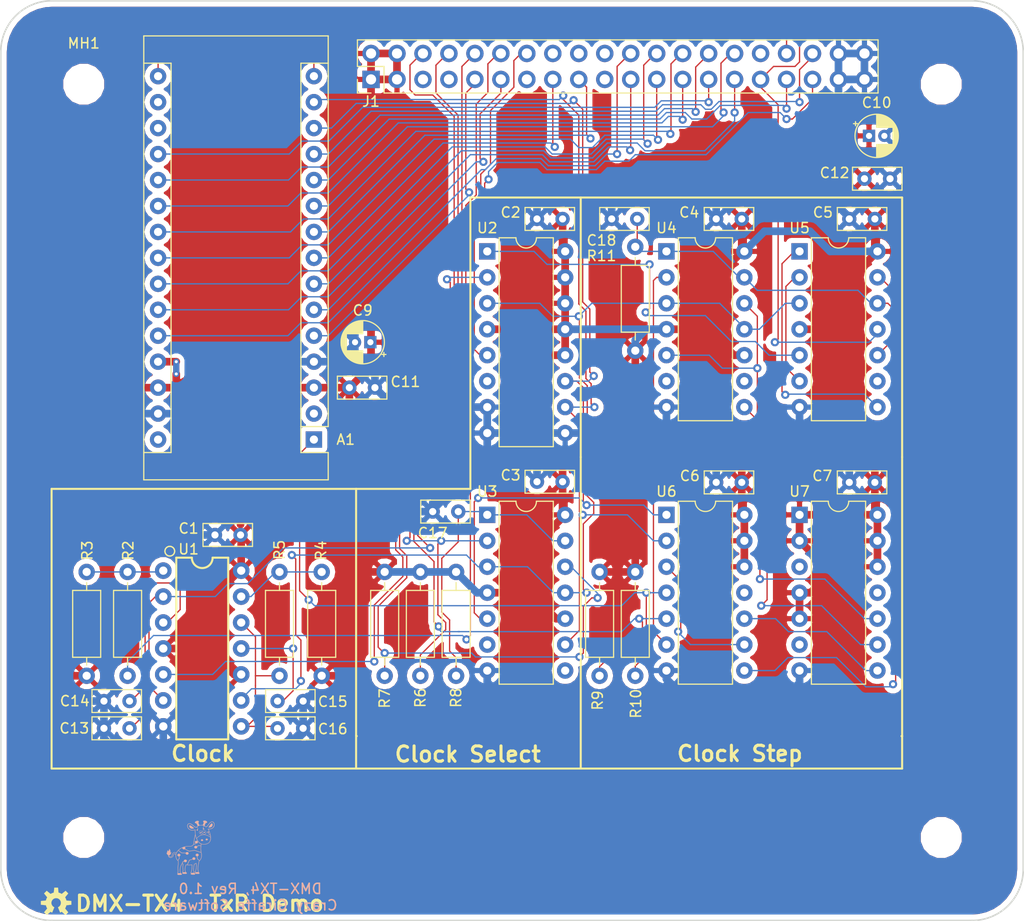
<source format=kicad_pcb>
(kicad_pcb (version 20171130) (host pcbnew "(5.0.0)")
  (title_block (title "DMX Demonstrator - Transmitter-Retro Demo (DMX-TX4)") (date 2023-05-28) (rev 1.0) (company "Crazy Giraffe Software") (comment 2 "Designed by: SparkyBobo") (comment 3 "https://creativecommons.org/licenses/by-sa/4.0/ ") (comment 4 "Released under the Creative Commons Attribution Share-Alike 4.0 License"))
  (layers (0 F.Cu signal hide) (31 B.Cu signal hide) (34 B.Paste user) (35 F.Paste user) (36 B.SilkS user) (37 F.SilkS user) (38 B.Mask user) (39 F.Mask user) (44 Edge.Cuts user))
  (net 0 "")
  (net 1 +5V)
  (net 2 GND)
  (net 3 /SAMPLE_LATCH)
  (net 4 /~SAMPLE_RESET)
  (net 5 /~SHIFT_LOAD)
  (net 6 /SAMPLE_SEL0)
  (net 7 /SAMPLE_SEL1)
  (net 8 /CLK_RX)
  (net 9 /SHIFT_TRANSMIT)
  (net 10 /~FRAME_RESET)
  (net 11 /D0)
  (net 12 /D1)
  (net 13 /D2)
  (net 14 /D3)
  (net 15 /D4)
  (net 16 /D5)
  (net 17 /D6)
  (net 18 /D7)
  (net 19 /~SHIFT_ENABLE)
  (net 20 /DATA_RX)
  (net 21 /CLK_SAMPLE)
  (net 22 /SPD_MID)
  (net 23 /SPD_LO)
  (net 24 /~CLK_STEP)
  (net 25 /~CLK_SLO)
  (net 26 /~CLK_FST)
  (net 27 "Net-(R2-Pad1)")
  (net 28 "Net-(C14-Pad1)")
  (net 29 /clock/CLK_SLOW)
  (net 30 "Net-(C16-Pad1)")
  (net 31 /step/CLK_FAST_IN)
  (net 32 "Net-(C15-Pad1)")
  (net 33 "Net-(R4-Pad2)")
  (net 34 "Net-(C18-Pad1)")
  (net 35 /step/~CLK_STEPB_IN)
  (net 36 "Net-(C17-Pad1)")
  (net 37 /step/CLK_STEP_OUT)
  (net 38 /step/~CLK_S1_IN)
  (net 39 /step/~CLK_S0_IN)
  (net 40 "Net-(U2-Pad6)")
  (net 41 "Net-(U6-Pad10)")
  (net 42 /step/~CLK_STEPIN)
  (net 43 "Net-(U7-Pad3)")
  (net 44 "Net-(U4-Pad8)")
  (net 45 "Net-(U7-Pad11)")
  (net 46 "Net-(U7-Pad6)")
  (net 47 "Net-(U3-Pad6)")
  (net 48 "Net-(U3-Pad8)")
  (net 49 "Net-(U4-Pad2)")
  (net 50 "Net-(U4-Pad9)")
  (net 51 "Net-(U4-Pad6)")
  (net 52 /step/~CLK_STEP_PULSE)
  (net 53 "Net-(U5-Pad2)")
  (net 54 "Net-(U5-Pad9)")
  (net 55 /step/CLK_SEND_ENABLE)
  (net 56 /step/CLK_STEP_MODE)
  (net 57 "Net-(U6-Pad11)")
  (net 58 "Net-(A1-Pad17)")
  (net 59 "Net-(A1-Pad18)")
  (net 60 "Net-(A1-Pad30)")
  (net 61 "Net-(J1-Pad13)")
  (net 62 "Net-(J1-Pad16)")
  (net 63 "Net-(J1-Pad18)")
  (net 64 "Net-(J1-Pad19)")
  (net 65 "Net-(J1-Pad20)")
  (net 66 "Net-(J1-Pad32)")
  (net 67 "Net-(A1-Pad27)")
  (net 68 "Net-(A1-Pad2)")
  (net 69 "Net-(J1-Pad5)")
  (net 70 "Net-(J1-Pad7)")
  (module NetTie:NetTie-2_THT_Pad0.3mm (layer F.Cu) (at 104.267 84.0105 270)
    (fp_text reference NT1 hide)
    (fp_text value Tie)
    (fp_poly (pts (xy 0 -0.3) (xy 1.2 -0.3) (xy 1.2 0.3) (xy 0 0.3)) (layer F.Cu) (width 0))
    (fp_poly (pts (xy 0 -0.3) (xy 1.2 -0.3) (xy 1.2 0.3) (xy 0 0.3)) (layer B.Cu) (width 0))
    (pad 1 thru_hole circle (at 0 0 270) (size 0.6 0.6) (drill 0.3) (layers *.Cu) (net 67 "Net-(A1-Pad27)"))
    (pad 2 thru_hole circle (at 1.2 0 270) (size 0.6 0.6) (drill 0.3) (layers *.Cu) (net 1 +5V))
  )
  (module Capacitor_THT:C_Rect_L4.6mm_W2.0mm_P2.50mm_MKS02_FKP02 (layer F.Cu) (at 114.173 119.888)
    (fp_text reference C16 (at 5.3975 0.0635) (layer F.SilkS))
    (fp_text value .001uF)
    (pad 1 thru_hole circle (at 0 0) (size 1.4 1.4) (drill 0.7) (layers *.Cu *.Mask) (net 30 "Net-(C16-Pad1)"))
    (pad 2 thru_hole circle (at 2.5 0) (size 1.4 1.4) (drill 0.7) (layers *.Cu *.Mask) (net 2 GND))
  )
  (module Resistor_THT:R_Axial_DIN0207_L6.3mm_D2.5mm_P10.16mm_Horizontal (layer F.Cu) (at 118.491 114.7445 90)
    (fp_text reference R4 (at 12.2555 -0.0635 90) (layer F.SilkS))
    (fp_text value 10k)
    (pad 1 thru_hole circle (at 0 0 90) (size 1.6 1.6) (drill 0.8) (layers *.Cu *.Mask) (net 1 +5V))
    (pad 2 thru_hole oval (at 10.16 0 90) (size 1.6 1.6) (drill 0.8) (layers *.Cu *.Mask) (net 33 "Net-(R4-Pad2)"))
  )
  (module Resistor_THT:R_Axial_DIN0207_L6.3mm_D2.5mm_P10.16mm_Horizontal (layer F.Cu) (at 99.5045 104.5845 270)
    (fp_text reference R2 (at -2.0955 -0.0635 270) (layer F.SilkS))
    (fp_text value 100)
    (pad 1 thru_hole circle (at 0 0 270) (size 1.6 1.6) (drill 0.8) (layers *.Cu *.Mask) (net 27 "Net-(R2-Pad1)"))
    (pad 2 thru_hole oval (at 10.16 0 270) (size 1.6 1.6) (drill 0.8) (layers *.Cu *.Mask) (net 22 /SPD_MID))
  )
  (module Package_DIP:DIP-14_W7.62mm (layer F.Cu) (at 165.227 98.9965)
    (fp_text reference U7 (at 0 -2.286) (layer F.SilkS))
    (fp_text value 74LS32)
    (pad 1 thru_hole rect (at 0 0) (size 1.6 1.6) (drill 0.8) (layers *.Cu *.Mask) (net 1 +5V))
    (pad 8 thru_hole oval (at 7.62 15.24) (size 1.6 1.6) (drill 0.8) (layers *.Cu *.Mask) (net 41 "Net-(U6-Pad10)"))
    (pad 2 thru_hole oval (at 0 2.54) (size 1.6 1.6) (drill 0.8) (layers *.Cu *.Mask) (net 1 +5V))
    (pad 9 thru_hole oval (at 7.62 12.7) (size 1.6 1.6) (drill 0.8) (layers *.Cu *.Mask) (net 42 /step/~CLK_STEPIN))
    (pad 3 thru_hole oval (at 0 5.08) (size 1.6 1.6) (drill 0.8) (layers *.Cu *.Mask) (net 43 "Net-(U7-Pad3)"))
    (pad 10 thru_hole oval (at 7.62 10.16) (size 1.6 1.6) (drill 0.8) (layers *.Cu *.Mask) (net 44 "Net-(U4-Pad8)"))
    (pad 4 thru_hole oval (at 0 7.62) (size 1.6 1.6) (drill 0.8) (layers *.Cu *.Mask) (net 1 +5V))
    (pad 11 thru_hole oval (at 7.62 7.62) (size 1.6 1.6) (drill 0.8) (layers *.Cu *.Mask) (net 45 "Net-(U7-Pad11)"))
    (pad 5 thru_hole oval (at 0 10.16) (size 1.6 1.6) (drill 0.8) (layers *.Cu *.Mask) (net 1 +5V))
    (pad 12 thru_hole oval (at 7.62 5.08) (size 1.6 1.6) (drill 0.8) (layers *.Cu *.Mask) (net 1 +5V))
    (pad 6 thru_hole oval (at 0 12.7) (size 1.6 1.6) (drill 0.8) (layers *.Cu *.Mask) (net 46 "Net-(U7-Pad6)"))
    (pad 13 thru_hole oval (at 7.62 2.54) (size 1.6 1.6) (drill 0.8) (layers *.Cu *.Mask) (net 1 +5V))
    (pad 7 thru_hole oval (at 0 15.24) (size 1.6 1.6) (drill 0.8) (layers *.Cu *.Mask) (net 2 GND))
    (pad 14 thru_hole oval (at 7.62 0) (size 1.6 1.6) (drill 0.8) (layers *.Cu *.Mask) (net 1 +5V))
  )
  (module Package_DIP:DIP-14_W7.62mm (layer F.Cu) (at 165.227 73.2155)
    (fp_text reference U5 (at 0 -2.286) (layer F.SilkS))
    (fp_text value 74LS74)
    (pad 14 thru_hole oval (at 7.62 0) (size 1.6 1.6) (drill 0.8) (layers *.Cu *.Mask) (net 1 +5V))
    (pad 7 thru_hole oval (at 0 15.24) (size 1.6 1.6) (drill 0.8) (layers *.Cu *.Mask) (net 2 GND))
    (pad 13 thru_hole oval (at 7.62 2.54) (size 1.6 1.6) (drill 0.8) (layers *.Cu *.Mask) (net 52 /step/~CLK_STEP_PULSE))
    (pad 6 thru_hole oval (at 0 12.7) (size 1.6 1.6) (drill 0.8) (layers *.Cu *.Mask) (net 53 "Net-(U5-Pad2)"))
    (pad 12 thru_hole oval (at 7.62 5.08) (size 1.6 1.6) (drill 0.8) (layers *.Cu *.Mask) (net 34 "Net-(C18-Pad1)"))
    (pad 5 thru_hole oval (at 0 10.16) (size 1.6 1.6) (drill 0.8) (layers *.Cu *.Mask) (net 37 /step/CLK_STEP_OUT))
    (pad 11 thru_hole oval (at 7.62 7.62) (size 1.6 1.6) (drill 0.8) (layers *.Cu *.Mask) (net 8 /CLK_RX))
    (pad 4 thru_hole oval (at 0 7.62) (size 1.6 1.6) (drill 0.8) (layers *.Cu *.Mask) (net 1 +5V))
    (pad 10 thru_hole oval (at 7.62 10.16) (size 1.6 1.6) (drill 0.8) (layers *.Cu *.Mask) (net 34 "Net-(C18-Pad1)"))
    (pad 3 thru_hole oval (at 0 5.08) (size 1.6 1.6) (drill 0.8) (layers *.Cu *.Mask) (net 31 /step/CLK_FAST_IN))
    (pad 9 thru_hole oval (at 7.62 12.7) (size 1.6 1.6) (drill 0.8) (layers *.Cu *.Mask) (net 54 "Net-(U5-Pad9)"))
    (pad 2 thru_hole oval (at 0 2.54) (size 1.6 1.6) (drill 0.8) (layers *.Cu *.Mask) (net 53 "Net-(U5-Pad2)"))
    (pad 8 thru_hole oval (at 7.62 15.24) (size 1.6 1.6) (drill 0.8) (layers *.Cu *.Mask) (net 55 /step/CLK_SEND_ENABLE))
    (pad 1 thru_hole rect (at 0 0) (size 1.6 1.6) (drill 0.8) (layers *.Cu *.Mask) (net 55 /step/CLK_SEND_ENABLE))
  )
  (module Capacitor_THT:C_Rect_L4.6mm_W2.0mm_P2.50mm_MKS02_FKP02 (layer F.Cu) (at 172.593 70.0405 180)
    (fp_text reference C5 (at 5.08 0.635 180) (layer F.SilkS))
    (fp_text value 0.1uF)
    (pad 2 thru_hole circle (at 2.5 0 180) (size 1.4 1.4) (drill 0.7) (layers *.Cu *.Mask) (net 2 GND))
    (pad 1 thru_hole circle (at 0 0 180) (size 1.4 1.4) (drill 0.7) (layers *.Cu *.Mask) (net 1 +5V))
  )
  (module Capacitor_THT:C_Rect_L4.6mm_W2.0mm_P2.50mm_MKS02_FKP02 (layer F.Cu) (at 172.593 95.8215 180)
    (fp_text reference C7 (at 5.1435 0.635 180) (layer F.SilkS))
    (fp_text value 0.1uF)
    (pad 2 thru_hole circle (at 2.5 0 180) (size 1.4 1.4) (drill 0.7) (layers *.Cu *.Mask) (net 2 GND))
    (pad 1 thru_hole circle (at 0 0 180) (size 1.4 1.4) (drill 0.7) (layers *.Cu *.Mask) (net 1 +5V))
  )
  (module Capacitor_THT:CP_Radial_D4.0mm_P1.50mm (layer F.Cu) (at 123.2535 82.1055 180)
    (fp_text reference C9 (at 0.75 3.1115 180) (layer F.SilkS))
    (fp_text value 10uF)
    (pad 2 thru_hole circle (at 1.5 0 180) (size 1.2 1.2) (drill 0.6) (layers *.Cu *.Mask) (net 2 GND))
    (pad 1 thru_hole rect (at 0 0 180) (size 1.2 1.2) (drill 0.6) (layers *.Cu *.Mask) (net 1 +5V))
  )
  (module Capacitor_THT:CP_Radial_D4.0mm_P1.50mm (layer F.Cu) (at 172.0215 61.9125)
    (fp_text reference C10 (at 0.75 -3.25) (layer F.SilkS))
    (fp_text value 10uF)
    (pad 1 thru_hole rect (at 0 0) (size 1.2 1.2) (drill 0.6) (layers *.Cu *.Mask) (net 1 +5V))
    (pad 2 thru_hole circle (at 1.5 0) (size 1.2 1.2) (drill 0.6) (layers *.Cu *.Mask) (net 2 GND))
  )
  (module Capacitor_THT:C_Rect_L4.6mm_W2.0mm_P2.50mm_MKS02_FKP02 (layer F.Cu) (at 149.352 70.0405 180)
    (fp_text reference C18 (at 3.4925 -2.0955 180) (layer F.SilkS))
    (fp_text value 0.1uF)
    (pad 1 thru_hole circle (at 0 0 180) (size 1.4 1.4) (drill 0.7) (layers *.Cu *.Mask) (net 34 "Net-(C18-Pad1)"))
    (pad 2 thru_hole circle (at 2.5 0 180) (size 1.4 1.4) (drill 0.7) (layers *.Cu *.Mask) (net 2 GND))
  )
  (module Capacitor_THT:C_Rect_L4.6mm_W2.0mm_P2.50mm_MKS02_FKP02 (layer F.Cu) (at 131.8495 98.679 180)
    (fp_text reference C17 (at 2.5 -2.0955 180) (layer F.SilkS))
    (fp_text value .01uF)
    (pad 2 thru_hole circle (at 2.5 0 180) (size 1.4 1.4) (drill 0.7) (layers *.Cu *.Mask) (net 2 GND))
    (pad 1 thru_hole circle (at 0 0 180) (size 1.4 1.4) (drill 0.7) (layers *.Cu *.Mask) (net 36 "Net-(C17-Pad1)"))
  )
  (module Capacitor_THT:C_Rect_L4.6mm_W2.0mm_P2.50mm_MKS02_FKP02 (layer F.Cu) (at 114.173 117.221)
    (fp_text reference C15 (at 5.3975 0.0635) (layer F.SilkS))
    (fp_text value 0.1uF)
    (pad 2 thru_hole circle (at 2.5 0) (size 1.4 1.4) (drill 0.7) (layers *.Cu *.Mask) (net 2 GND))
    (pad 1 thru_hole circle (at 0 0) (size 1.4 1.4) (drill 0.7) (layers *.Cu *.Mask) (net 32 "Net-(C15-Pad1)"))
  )
  (module Capacitor_THT:C_Rect_L4.6mm_W2.0mm_P2.50mm_MKS02_FKP02 (layer F.Cu) (at 99.695 117.221 180)
    (fp_text reference C14 (at 5.3575 0 180) (layer F.SilkS))
    (fp_text value 0.1uF)
    (pad 1 thru_hole circle (at 0 0 180) (size 1.4 1.4) (drill 0.7) (layers *.Cu *.Mask) (net 28 "Net-(C14-Pad1)"))
    (pad 2 thru_hole circle (at 2.5 0 180) (size 1.4 1.4) (drill 0.7) (layers *.Cu *.Mask) (net 2 GND))
  )
  (module Capacitor_THT:C_Rect_L4.6mm_W2.0mm_P2.50mm_MKS02_FKP02 (layer F.Cu) (at 99.695 119.888 180)
    (fp_text reference C13 (at 5.3975 0 180) (layer F.SilkS))
    (fp_text value 0.47uF)
    (pad 2 thru_hole circle (at 2.5 0 180) (size 1.4 1.4) (drill 0.7) (layers *.Cu *.Mask) (net 2 GND))
    (pad 1 thru_hole circle (at 0 0 180) (size 1.4 1.4) (drill 0.7) (layers *.Cu *.Mask) (net 23 /SPD_LO))
  )
  (module Capacitor_THT:C_Rect_L4.6mm_W2.0mm_P2.50mm_MKS02_FKP02 (layer F.Cu) (at 121.198 86.5505)
    (fp_text reference C11 (at 5.4845 -0.5715) (layer F.SilkS))
    (fp_text value 0.1uF)
    (pad 1 thru_hole circle (at 0 0) (size 1.4 1.4) (drill 0.7) (layers *.Cu *.Mask) (net 1 +5V))
    (pad 2 thru_hole circle (at 2.5 0) (size 1.4 1.4) (drill 0.7) (layers *.Cu *.Mask) (net 2 GND))
  )
  (module Capacitor_THT:C_Rect_L4.6mm_W2.0mm_P2.50mm_MKS02_FKP02 (layer F.Cu) (at 159.5755 95.8215 180)
    (fp_text reference C6 (at 5.08 0.635 180) (layer F.SilkS))
    (fp_text value 0.1uF)
    (pad 1 thru_hole circle (at 0 0 180) (size 1.4 1.4) (drill 0.7) (layers *.Cu *.Mask) (net 1 +5V))
    (pad 2 thru_hole circle (at 2.5 0 180) (size 1.4 1.4) (drill 0.7) (layers *.Cu *.Mask) (net 2 GND))
  )
  (module Capacitor_THT:C_Rect_L4.6mm_W2.0mm_P2.50mm_MKS02_FKP02 (layer F.Cu) (at 159.5755 70.0405 180)
    (fp_text reference C4 (at 5.1435 0.635 180) (layer F.SilkS))
    (fp_text value 0.1uF)
    (pad 1 thru_hole circle (at 0 0 180) (size 1.4 1.4) (drill 0.7) (layers *.Cu *.Mask) (net 1 +5V))
    (pad 2 thru_hole circle (at 2.5 0 180) (size 1.4 1.4) (drill 0.7) (layers *.Cu *.Mask) (net 2 GND))
  )
  (module Capacitor_THT:C_Rect_L4.6mm_W2.0mm_P2.50mm_MKS02_FKP02 (layer F.Cu) (at 142.0495 95.758 180)
    (fp_text reference C3 (at 5.08 0.635 180) (layer F.SilkS))
    (fp_text value 0.1uF)
    (pad 2 thru_hole circle (at 2.5 0 180) (size 1.4 1.4) (drill 0.7) (layers *.Cu *.Mask) (net 2 GND))
    (pad 1 thru_hole circle (at 0 0 180) (size 1.4 1.4) (drill 0.7) (layers *.Cu *.Mask) (net 1 +5V))
  )
  (module Capacitor_THT:C_Rect_L4.6mm_W2.0mm_P2.50mm_MKS02_FKP02 (layer F.Cu) (at 142.0495 70.0405 180)
    (fp_text reference C2 (at 5.08 0.635 180) (layer F.SilkS))
    (fp_text value 0.1uF)
    (pad 1 thru_hole circle (at 0 0 180) (size 1.4 1.4) (drill 0.7) (layers *.Cu *.Mask) (net 1 +5V))
    (pad 2 thru_hole circle (at 2.5 0 180) (size 1.4 1.4) (drill 0.7) (layers *.Cu *.Mask) (net 2 GND))
  )
  (module Capacitor_THT:C_Rect_L4.6mm_W2.0mm_P2.50mm_MKS02_FKP02 (layer F.Cu) (at 110.5535 100.965 180)
    (fp_text reference C1 (at 5.08 0.635 180) (layer F.SilkS))
    (fp_text value 0.1uF)
    (pad 2 thru_hole circle (at 2.5 0 180) (size 1.4 1.4) (drill 0.7) (layers *.Cu *.Mask) (net 2 GND))
    (pad 1 thru_hole circle (at 0 0 180) (size 1.4 1.4) (drill 0.7) (layers *.Cu *.Mask) (net 1 +5V))
  )
  (module Capacitor_THT:C_Rect_L4.6mm_W2.0mm_P2.50mm_MKS02_FKP02 (layer F.Cu) (at 171.577 66.1035)
    (fp_text reference C12 (at -2.921 -0.5715) (layer F.SilkS))
    (fp_text value 0.1uF)
    (pad 1 thru_hole circle (at 0 0) (size 1.4 1.4) (drill 0.7) (layers *.Cu *.Mask) (net 1 +5V))
    (pad 2 thru_hole circle (at 2.5 0) (size 1.4 1.4) (drill 0.7) (layers *.Cu *.Mask) (net 2 GND))
  )
  (module Module:Arduino_Nano (layer F.Cu) (at 117.729 91.6305 180)
    (fp_text reference A1 (at -3.1115 0 180) (layer F.SilkS))
    (fp_text value Monitor)
    (pad 1 thru_hole rect (at 0 0 180) (size 1.6 1.6) (drill 0.8) (layers *.Cu *.Mask) (net 35 /step/~CLK_STEPB_IN))
    (pad 17 thru_hole oval (at 15.24 33.02 180) (size 1.6 1.6) (drill 0.8) (layers *.Cu *.Mask) (net 58 "Net-(A1-Pad17)"))
    (pad 2 thru_hole oval (at 0 2.54 180) (size 1.6 1.6) (drill 0.8) (layers *.Cu *.Mask) (net 68 "Net-(A1-Pad2)"))
    (pad 18 thru_hole oval (at 15.24 30.48 180) (size 1.6 1.6) (drill 0.8) (layers *.Cu *.Mask) (net 59 "Net-(A1-Pad18)"))
    (pad 3 thru_hole oval (at 0 5.08 180) (size 1.6 1.6) (drill 0.8) (layers *.Cu *.Mask) (net 1 +5V))
    (pad 19 thru_hole oval (at 15.24 27.94 180) (size 1.6 1.6) (drill 0.8) (layers *.Cu *.Mask) (net 18 /D7))
    (pad 4 thru_hole oval (at 0 7.62 180) (size 1.6 1.6) (drill 0.8) (layers *.Cu *.Mask) (net 2 GND))
    (pad 20 thru_hole oval (at 15.24 25.4 180) (size 1.6 1.6) (drill 0.8) (layers *.Cu *.Mask) (net 17 /D6))
    (pad 5 thru_hole oval (at 0 10.16 180) (size 1.6 1.6) (drill 0.8) (layers *.Cu *.Mask) (net 7 /SAMPLE_SEL1))
    (pad 21 thru_hole oval (at 15.24 22.86 180) (size 1.6 1.6) (drill 0.8) (layers *.Cu *.Mask) (net 16 /D5))
    (pad 6 thru_hole oval (at 0 12.7 180) (size 1.6 1.6) (drill 0.8) (layers *.Cu *.Mask) (net 6 /SAMPLE_SEL0))
    (pad 22 thru_hole oval (at 15.24 20.32 180) (size 1.6 1.6) (drill 0.8) (layers *.Cu *.Mask) (net 15 /D4))
    (pad 7 thru_hole oval (at 0 15.24 180) (size 1.6 1.6) (drill 0.8) (layers *.Cu *.Mask) (net 10 /~FRAME_RESET))
    (pad 23 thru_hole oval (at 15.24 17.78 180) (size 1.6 1.6) (drill 0.8) (layers *.Cu *.Mask) (net 14 /D3))
    (pad 8 thru_hole oval (at 0 17.78 180) (size 1.6 1.6) (drill 0.8) (layers *.Cu *.Mask) (net 5 /~SHIFT_LOAD))
    (pad 24 thru_hole oval (at 15.24 15.24 180) (size 1.6 1.6) (drill 0.8) (layers *.Cu *.Mask) (net 13 /D2))
    (pad 9 thru_hole oval (at 0 20.32 180) (size 1.6 1.6) (drill 0.8) (layers *.Cu *.Mask) (net 9 /SHIFT_TRANSMIT))
    (pad 25 thru_hole oval (at 15.24 12.7 180) (size 1.6 1.6) (drill 0.8) (layers *.Cu *.Mask) (net 12 /D1))
    (pad 10 thru_hole oval (at 0 22.86 180) (size 1.6 1.6) (drill 0.8) (layers *.Cu *.Mask) (net 19 /~SHIFT_ENABLE))
    (pad 26 thru_hole oval (at 15.24 10.16 180) (size 1.6 1.6) (drill 0.8) (layers *.Cu *.Mask) (net 11 /D0))
    (pad 11 thru_hole oval (at 0 25.4 180) (size 1.6 1.6) (drill 0.8) (layers *.Cu *.Mask) (net 4 /~SAMPLE_RESET))
    (pad 27 thru_hole oval (at 15.24 7.62 180) (size 1.6 1.6) (drill 0.8) (layers *.Cu *.Mask) (net 67 "Net-(A1-Pad27)"))
    (pad 12 thru_hole oval (at 0 27.94 180) (size 1.6 1.6) (drill 0.8) (layers *.Cu *.Mask) (net 3 /SAMPLE_LATCH))
    (pad 28 thru_hole oval (at 15.24 5.08 180) (size 1.6 1.6) (drill 0.8) (layers *.Cu *.Mask) (net 1 +5V))
    (pad 13 thru_hole oval (at 0 30.48 180) (size 1.6 1.6) (drill 0.8) (layers *.Cu *.Mask) (net 39 /step/~CLK_S0_IN))
    (pad 29 thru_hole oval (at 15.24 2.54 180) (size 1.6 1.6) (drill 0.8) (layers *.Cu *.Mask) (net 2 GND))
    (pad 14 thru_hole oval (at 0 33.02 180) (size 1.6 1.6) (drill 0.8) (layers *.Cu *.Mask) (net 38 /step/~CLK_S1_IN))
    (pad 30 thru_hole oval (at 15.24 0 180) (size 1.6 1.6) (drill 0.8) (layers *.Cu *.Mask) (net 60 "Net-(A1-Pad30)"))
    (pad 15 thru_hole oval (at 0 35.56 180) (size 1.6 1.6) (drill 0.8) (layers *.Cu *.Mask) (net 20 /DATA_RX))
    (pad 16 thru_hole oval (at 15.24 35.56 180) (size 1.6 1.6) (drill 0.8) (layers *.Cu *.Mask) (net 8 /CLK_RX))
  )
  (module Package_DIP:DIP-14_W7.62mm (layer F.Cu) (at 152.2095 98.9965)
    (fp_text reference U6 (at 0 -2.286) (layer F.SilkS))
    (fp_text value 74LS08)
    (pad 1 thru_hole rect (at 0 0) (size 1.6 1.6) (drill 0.8) (layers *.Cu *.Mask) (net 39 /step/~CLK_S0_IN))
    (pad 8 thru_hole oval (at 7.62 15.24) (size 1.6 1.6) (drill 0.8) (layers *.Cu *.Mask) (net 52 /step/~CLK_STEP_PULSE))
    (pad 2 thru_hole oval (at 0 2.54) (size 1.6 1.6) (drill 0.8) (layers *.Cu *.Mask) (net 38 /step/~CLK_S1_IN))
    (pad 9 thru_hole oval (at 7.62 12.7) (size 1.6 1.6) (drill 0.8) (layers *.Cu *.Mask) (net 56 /step/CLK_STEP_MODE))
    (pad 3 thru_hole oval (at 0 5.08) (size 1.6 1.6) (drill 0.8) (layers *.Cu *.Mask) (net 56 /step/CLK_STEP_MODE))
    (pad 10 thru_hole oval (at 7.62 10.16) (size 1.6 1.6) (drill 0.8) (layers *.Cu *.Mask) (net 41 "Net-(U6-Pad10)"))
    (pad 4 thru_hole oval (at 0 7.62) (size 1.6 1.6) (drill 0.8) (layers *.Cu *.Mask) (net 35 /step/~CLK_STEPB_IN))
    (pad 11 thru_hole oval (at 7.62 7.62) (size 1.6 1.6) (drill 0.8) (layers *.Cu *.Mask) (net 57 "Net-(U6-Pad11)"))
    (pad 5 thru_hole oval (at 0 10.16) (size 1.6 1.6) (drill 0.8) (layers *.Cu *.Mask) (net 24 /~CLK_STEP))
    (pad 12 thru_hole oval (at 7.62 5.08) (size 1.6 1.6) (drill 0.8) (layers *.Cu *.Mask) (net 1 +5V))
    (pad 6 thru_hole oval (at 0 12.7) (size 1.6 1.6) (drill 0.8) (layers *.Cu *.Mask) (net 49 "Net-(U4-Pad2)"))
    (pad 13 thru_hole oval (at 7.62 2.54) (size 1.6 1.6) (drill 0.8) (layers *.Cu *.Mask) (net 1 +5V))
    (pad 7 thru_hole oval (at 0 15.24) (size 1.6 1.6) (drill 0.8) (layers *.Cu *.Mask) (net 2 GND))
    (pad 14 thru_hole oval (at 7.62 0) (size 1.6 1.6) (drill 0.8) (layers *.Cu *.Mask) (net 1 +5V))
  )
  (module Package_DIP:DIP-14_W7.62mm (layer F.Cu) (at 152.2095 73.2155)
    (fp_text reference U4 (at 0 -2.286) (layer F.SilkS))
    (fp_text value 74LS74)
    (pad 1 thru_hole rect (at 0 0) (size 1.6 1.6) (drill 0.8) (layers *.Cu *.Mask) (net 34 "Net-(C18-Pad1)"))
    (pad 8 thru_hole oval (at 7.62 15.24) (size 1.6 1.6) (drill 0.8) (layers *.Cu *.Mask) (net 44 "Net-(U4-Pad8)"))
    (pad 2 thru_hole oval (at 0 2.54) (size 1.6 1.6) (drill 0.8) (layers *.Cu *.Mask) (net 49 "Net-(U4-Pad2)"))
    (pad 9 thru_hole oval (at 7.62 12.7) (size 1.6 1.6) (drill 0.8) (layers *.Cu *.Mask) (net 50 "Net-(U4-Pad9)"))
    (pad 3 thru_hole oval (at 0 5.08) (size 1.6 1.6) (drill 0.8) (layers *.Cu *.Mask) (net 31 /step/CLK_FAST_IN))
    (pad 10 thru_hole oval (at 7.62 10.16) (size 1.6 1.6) (drill 0.8) (layers *.Cu *.Mask) (net 1 +5V))
    (pad 4 thru_hole oval (at 0 7.62) (size 1.6 1.6) (drill 0.8) (layers *.Cu *.Mask) (net 1 +5V))
    (pad 11 thru_hole oval (at 7.62 7.62) (size 1.6 1.6) (drill 0.8) (layers *.Cu *.Mask) (net 31 /step/CLK_FAST_IN))
    (pad 5 thru_hole oval (at 0 10.16) (size 1.6 1.6) (drill 0.8) (layers *.Cu *.Mask) (net 42 /step/~CLK_STEPIN))
    (pad 12 thru_hole oval (at 7.62 5.08) (size 1.6 1.6) (drill 0.8) (layers *.Cu *.Mask) (net 42 /step/~CLK_STEPIN))
    (pad 6 thru_hole oval (at 0 12.7) (size 1.6 1.6) (drill 0.8) (layers *.Cu *.Mask) (net 51 "Net-(U4-Pad6)"))
    (pad 13 thru_hole oval (at 7.62 2.54) (size 1.6 1.6) (drill 0.8) (layers *.Cu *.Mask) (net 34 "Net-(C18-Pad1)"))
    (pad 7 thru_hole oval (at 0 15.24) (size 1.6 1.6) (drill 0.8) (layers *.Cu *.Mask) (net 2 GND))
    (pad 14 thru_hole oval (at 7.62 0) (size 1.6 1.6) (drill 0.8) (layers *.Cu *.Mask) (net 1 +5V))
  )
  (module Package_DIP:DIP-14_W7.62mm (layer F.Cu) (at 134.6835 98.9965)
    (fp_text reference U3 (at 0 -2.286) (layer F.SilkS))
    (fp_text value 74LS74)
    (pad 14 thru_hole oval (at 7.62 0) (size 1.6 1.6) (drill 0.8) (layers *.Cu *.Mask) (net 1 +5V))
    (pad 7 thru_hole oval (at 0 15.24) (size 1.6 1.6) (drill 0.8) (layers *.Cu *.Mask) (net 2 GND))
    (pad 13 thru_hole oval (at 7.62 2.54) (size 1.6 1.6) (drill 0.8) (layers *.Cu *.Mask) (net 36 "Net-(C17-Pad1)"))
    (pad 6 thru_hole oval (at 0 12.7) (size 1.6 1.6) (drill 0.8) (layers *.Cu *.Mask) (net 47 "Net-(U3-Pad6)"))
    (pad 12 thru_hole oval (at 7.62 5.08) (size 1.6 1.6) (drill 0.8) (layers *.Cu *.Mask) (net 26 /~CLK_FST))
    (pad 5 thru_hole oval (at 0 10.16) (size 1.6 1.6) (drill 0.8) (layers *.Cu *.Mask) (net 39 /step/~CLK_S0_IN))
    (pad 11 thru_hole oval (at 7.62 7.62) (size 1.6 1.6) (drill 0.8) (layers *.Cu *.Mask) (net 31 /step/CLK_FAST_IN))
    (pad 4 thru_hole oval (at 0 7.62) (size 1.6 1.6) (drill 0.8) (layers *.Cu *.Mask) (net 1 +5V))
    (pad 10 thru_hole oval (at 7.62 10.16) (size 1.6 1.6) (drill 0.8) (layers *.Cu *.Mask) (net 1 +5V))
    (pad 3 thru_hole oval (at 0 5.08) (size 1.6 1.6) (drill 0.8) (layers *.Cu *.Mask) (net 31 /step/CLK_FAST_IN))
    (pad 9 thru_hole oval (at 7.62 12.7) (size 1.6 1.6) (drill 0.8) (layers *.Cu *.Mask) (net 38 /step/~CLK_S1_IN))
    (pad 2 thru_hole oval (at 0 2.54) (size 1.6 1.6) (drill 0.8) (layers *.Cu *.Mask) (net 25 /~CLK_SLO))
    (pad 8 thru_hole oval (at 7.62 15.24) (size 1.6 1.6) (drill 0.8) (layers *.Cu *.Mask) (net 48 "Net-(U3-Pad8)"))
    (pad 1 thru_hole rect (at 0 0) (size 1.6 1.6) (drill 0.8) (layers *.Cu *.Mask) (net 36 "Net-(C17-Pad1)"))
  )
  (module Package_DIP:DIP-16_W7.62mm (layer F.Cu) (at 134.6835 73.2155)
    (fp_text reference U2 (at 0 -2.286) (layer F.SilkS))
    (fp_text value 74LS151)
    (pad 1 thru_hole rect (at 0 0) (size 1.6 1.6) (drill 0.8) (layers *.Cu *.Mask) (net 37 /step/CLK_STEP_OUT))
    (pad 9 thru_hole oval (at 7.62 17.78) (size 1.6 1.6) (drill 0.8) (layers *.Cu *.Mask) (net 2 GND))
    (pad 2 thru_hole oval (at 0 2.54) (size 1.6 1.6) (drill 0.8) (layers *.Cu *.Mask) (net 29 /clock/CLK_SLOW))
    (pad 10 thru_hole oval (at 7.62 15.24) (size 1.6 1.6) (drill 0.8) (layers *.Cu *.Mask) (net 38 /step/~CLK_S1_IN))
    (pad 3 thru_hole oval (at 0 5.08) (size 1.6 1.6) (drill 0.8) (layers *.Cu *.Mask) (net 31 /step/CLK_FAST_IN))
    (pad 11 thru_hole oval (at 7.62 12.7) (size 1.6 1.6) (drill 0.8) (layers *.Cu *.Mask) (net 39 /step/~CLK_S0_IN))
    (pad 4 thru_hole oval (at 0 7.62) (size 1.6 1.6) (drill 0.8) (layers *.Cu *.Mask) (net 1 +5V))
    (pad 12 thru_hole oval (at 7.62 10.16) (size 1.6 1.6) (drill 0.8) (layers *.Cu *.Mask) (net 1 +5V))
    (pad 5 thru_hole oval (at 0 10.16) (size 1.6 1.6) (drill 0.8) (layers *.Cu *.Mask) (net 21 /CLK_SAMPLE))
    (pad 13 thru_hole oval (at 7.62 7.62) (size 1.6 1.6) (drill 0.8) (layers *.Cu *.Mask) (net 1 +5V))
    (pad 6 thru_hole oval (at 0 12.7) (size 1.6 1.6) (drill 0.8) (layers *.Cu *.Mask) (net 40 "Net-(U2-Pad6)"))
    (pad 14 thru_hole oval (at 7.62 5.08) (size 1.6 1.6) (drill 0.8) (layers *.Cu *.Mask) (net 1 +5V))
    (pad 7 thru_hole oval (at 0 15.24) (size 1.6 1.6) (drill 0.8) (layers *.Cu *.Mask) (net 2 GND))
    (pad 15 thru_hole oval (at 7.62 2.54) (size 1.6 1.6) (drill 0.8) (layers *.Cu *.Mask) (net 1 +5V))
    (pad 8 thru_hole oval (at 0 17.78) (size 1.6 1.6) (drill 0.8) (layers *.Cu *.Mask) (net 2 GND))
    (pad 16 thru_hole oval (at 7.62 0) (size 1.6 1.6) (drill 0.8) (layers *.Cu *.Mask) (net 1 +5V))
  )
  (module Resistor_THT:R_Axial_DIN0207_L6.3mm_D2.5mm_P10.16mm_Horizontal (layer F.Cu) (at 124.6505 104.5845 270)
    (fp_text reference R7 (at 12.3825 0 270) (layer F.SilkS))
    (fp_text value 10k)
    (pad 2 thru_hole oval (at 10.16 0 270) (size 1.6 1.6) (drill 0.8) (layers *.Cu *.Mask) (net 26 /~CLK_FST))
    (pad 1 thru_hole circle (at 0 0 270) (size 1.6 1.6) (drill 0.8) (layers *.Cu *.Mask) (net 1 +5V))
  )
  (module Resistor_THT:R_Axial_DIN0207_L6.3mm_D2.5mm_P10.16mm_Horizontal (layer F.Cu) (at 131.6355 104.5845 270)
    (fp_text reference R8 (at 12.319 0 270) (layer F.SilkS))
    (fp_text value 10k)
    (pad 1 thru_hole circle (at 0 0 270) (size 1.6 1.6) (drill 0.8) (layers *.Cu *.Mask) (net 1 +5V))
    (pad 2 thru_hole oval (at 10.16 0 270) (size 1.6 1.6) (drill 0.8) (layers *.Cu *.Mask) (net 36 "Net-(C17-Pad1)"))
  )
  (module Resistor_THT:R_Axial_DIN0207_L6.3mm_D2.5mm_P10.16mm_Horizontal (layer F.Cu) (at 145.669 104.5845 270)
    (fp_text reference R9 (at 12.573 0.1905 270) (layer F.SilkS))
    (fp_text value 10k)
    (pad 2 thru_hole oval (at 10.16 0 270) (size 1.6 1.6) (drill 0.8) (layers *.Cu *.Mask) (net 24 /~CLK_STEP))
    (pad 1 thru_hole circle (at 0 0 270) (size 1.6 1.6) (drill 0.8) (layers *.Cu *.Mask) (net 1 +5V))
  )
  (module Resistor_THT:R_Axial_DIN0207_L6.3mm_D2.5mm_P10.16mm_Horizontal (layer F.Cu) (at 149.1615 104.5845 270)
    (fp_text reference R10 (at 12.8905 -0.0635 270) (layer F.SilkS))
    (fp_text value 10k)
    (pad 1 thru_hole circle (at 0 0 270) (size 1.6 1.6) (drill 0.8) (layers *.Cu *.Mask) (net 1 +5V))
    (pad 2 thru_hole oval (at 10.16 0 270) (size 1.6 1.6) (drill 0.8) (layers *.Cu *.Mask) (net 35 /step/~CLK_STEPB_IN))
  )
  (module Resistor_THT:R_Axial_DIN0207_L6.3mm_D2.5mm_P10.16mm_Horizontal (layer F.Cu) (at 149.1615 82.931 90)
    (fp_text reference R11 (at 9.271 -3.302 180) (layer F.SilkS))
    (fp_text value 10k)
    (pad 2 thru_hole oval (at 10.16 0 90) (size 1.6 1.6) (drill 0.8) (layers *.Cu *.Mask) (net 34 "Net-(C18-Pad1)"))
    (pad 1 thru_hole circle (at 0 0 90) (size 1.6 1.6) (drill 0.8) (layers *.Cu *.Mask) (net 1 +5V))
  )
  (module Resistor_THT:R_Axial_DIN0207_L6.3mm_D2.5mm_P10.16mm_Horizontal (layer F.Cu) (at 128.143 104.5845 270)
    (fp_text reference R6 (at 12.319 0 270) (layer F.SilkS))
    (fp_text value 10k)
    (pad 1 thru_hole circle (at 0 0 270) (size 1.6 1.6) (drill 0.8) (layers *.Cu *.Mask) (net 1 +5V))
    (pad 2 thru_hole oval (at 10.16 0 270) (size 1.6 1.6) (drill 0.8) (layers *.Cu *.Mask) (net 25 /~CLK_SLO))
  )
  (module Resistor_THT:R_Axial_DIN0207_L6.3mm_D2.5mm_P10.16mm_Horizontal (layer F.Cu) (at 114.3635 104.5845 270)
    (fp_text reference R5 (at -2.159 0 270) (layer F.SilkS))
    (fp_text value 10k)
    (pad 2 thru_hole oval (at 10.16 0 270) (size 1.6 1.6) (drill 0.8) (layers *.Cu *.Mask) (net 30 "Net-(C16-Pad1)"))
    (pad 1 thru_hole circle (at 0 0 270) (size 1.6 1.6) (drill 0.8) (layers *.Cu *.Mask) (net 33 "Net-(R4-Pad2)"))
  )
  (module Resistor_THT:R_Axial_DIN0207_L6.3mm_D2.5mm_P10.16mm_Horizontal (layer F.Cu) (at 95.504 114.7445 90)
    (fp_text reference R3 (at 12.2555 0.0635 90) (layer F.SilkS))
    (fp_text value 330)
    (pad 2 thru_hole oval (at 10.16 0 90) (size 1.6 1.6) (drill 0.8) (layers *.Cu *.Mask) (net 27 "Net-(R2-Pad1)"))
    (pad 1 thru_hole circle (at 0 0 90) (size 1.6 1.6) (drill 0.8) (layers *.Cu *.Mask) (net 1 +5V))
  )
  (module Silicon-Standard:DIP14 (layer F.Cu) (at 106.807 112.0775 270)
    (fp_text reference U1 (at -9.7155 1.3335) (layer F.SilkS))
    (fp_text value 556 hide)
    (pad 1 thru_hole circle (at -7.62 3.81 270) (size 1.6256 1.6256) (drill 0.8128) (layers *.Cu *.Mask) (net 27 "Net-(R2-Pad1)"))
    (pad 2 thru_hole circle (at -5.08 3.81 270) (size 1.6256 1.6256) (drill 0.8128) (layers *.Cu *.Mask) (net 23 /SPD_LO))
    (pad 3 thru_hole circle (at -2.54 3.81 270) (size 1.6256 1.6256) (drill 0.8128) (layers *.Cu *.Mask) (net 28 "Net-(C14-Pad1)"))
    (pad 4 thru_hole circle (at 0 3.81 270) (size 1.6256 1.6256) (drill 0.8128) (layers *.Cu *.Mask) (net 1 +5V))
    (pad 5 thru_hole circle (at 2.54 3.81 270) (size 1.6256 1.6256) (drill 0.8128) (layers *.Cu *.Mask) (net 29 /clock/CLK_SLOW))
    (pad 6 thru_hole circle (at 5.08 3.81 270) (size 1.6256 1.6256) (drill 0.8128) (layers *.Cu *.Mask) (net 23 /SPD_LO))
    (pad 7 thru_hole circle (at 7.62 3.81 270) (size 1.6256 1.6256) (drill 0.8128) (layers *.Cu *.Mask) (net 2 GND))
    (pad 8 thru_hole circle (at 7.62 -3.81 270) (size 1.6256 1.6256) (drill 0.8128) (layers *.Cu *.Mask) (net 30 "Net-(C16-Pad1)"))
    (pad 9 thru_hole circle (at 5.08 -3.81 270) (size 1.6256 1.6256) (drill 0.8128) (layers *.Cu *.Mask) (net 31 /step/CLK_FAST_IN))
    (pad 10 thru_hole circle (at 2.54 -3.81 270) (size 1.6256 1.6256) (drill 0.8128) (layers *.Cu *.Mask) (net 1 +5V))
    (pad 11 thru_hole circle (at 0 -3.81 270) (size 1.6256 1.6256) (drill 0.8128) (layers *.Cu *.Mask) (net 32 "Net-(C15-Pad1)"))
    (pad 12 thru_hole circle (at -2.54 -3.81 270) (size 1.6256 1.6256) (drill 0.8128) (layers *.Cu *.Mask) (net 30 "Net-(C16-Pad1)"))
    (pad 13 thru_hole circle (at -5.08 -3.81 270) (size 1.6256 1.6256) (drill 0.8128) (layers *.Cu *.Mask) (net 33 "Net-(R4-Pad2)"))
    (pad 14 thru_hole circle (at -7.62 -3.81 270) (size 1.6256 1.6256) (drill 0.8128) (layers *.Cu *.Mask) (net 1 +5V))
  )
  (module Connector_PinHeader_2.54mm:PinHeader_2x20_P2.54mm_Vertical (layer F.Cu) (at 123.317 56.388 90)
    (fp_text reference J1 (at -2.159 0 180) (layer F.SilkS))
    (fp_text value Expansion)
    (pad 1 thru_hole rect (at 0 0 90) (size 1.7 1.7) (drill 1) (layers *.Cu *.Mask) (net 1 +5V))
    (pad 2 thru_hole oval (at 2.54 0 90) (size 1.7 1.7) (drill 1) (layers *.Cu *.Mask) (net 1 +5V))
    (pad 3 thru_hole oval (at 0 2.54 90) (size 1.7 1.7) (drill 1) (layers *.Cu *.Mask) (net 1 +5V))
    (pad 4 thru_hole oval (at 2.54 2.54 90) (size 1.7 1.7) (drill 1) (layers *.Cu *.Mask) (net 1 +5V))
    (pad 5 thru_hole oval (at 0 5.08 90) (size 1.7 1.7) (drill 1) (layers *.Cu *.Mask) (net 69 "Net-(J1-Pad5)"))
    (pad 6 thru_hole oval (at 2.54 5.08 90) (size 1.7 1.7) (drill 1) (layers *.Cu *.Mask) (net 26 /~CLK_FST))
    (pad 7 thru_hole oval (at 0 7.62 90) (size 1.7 1.7) (drill 1) (layers *.Cu *.Mask) (net 70 "Net-(J1-Pad7)"))
    (pad 8 thru_hole oval (at 2.54 7.62 90) (size 1.7 1.7) (drill 1) (layers *.Cu *.Mask) (net 25 /~CLK_SLO))
    (pad 9 thru_hole oval (at 0 10.16 90) (size 1.7 1.7) (drill 1) (layers *.Cu *.Mask) (net 7 /SAMPLE_SEL1))
    (pad 10 thru_hole oval (at 2.54 10.16 90) (size 1.7 1.7) (drill 1) (layers *.Cu *.Mask) (net 24 /~CLK_STEP))
    (pad 11 thru_hole oval (at 0 12.7 90) (size 1.7 1.7) (drill 1) (layers *.Cu *.Mask) (net 6 /SAMPLE_SEL0))
    (pad 12 thru_hole oval (at 2.54 12.7 90) (size 1.7 1.7) (drill 1) (layers *.Cu *.Mask) (net 23 /SPD_LO))
    (pad 13 thru_hole oval (at 0 15.24 90) (size 1.7 1.7) (drill 1) (layers *.Cu *.Mask) (net 61 "Net-(J1-Pad13)"))
    (pad 14 thru_hole oval (at 2.54 15.24 90) (size 1.7 1.7) (drill 1) (layers *.Cu *.Mask) (net 22 /SPD_MID))
    (pad 15 thru_hole oval (at 0 17.78 90) (size 1.7 1.7) (drill 1) (layers *.Cu *.Mask) (net 5 /~SHIFT_LOAD))
    (pad 16 thru_hole oval (at 2.54 17.78 90) (size 1.7 1.7) (drill 1) (layers *.Cu *.Mask) (net 62 "Net-(J1-Pad16)"))
    (pad 17 thru_hole oval (at 0 20.32 90) (size 1.7 1.7) (drill 1) (layers *.Cu *.Mask) (net 9 /SHIFT_TRANSMIT))
    (pad 18 thru_hole oval (at 2.54 20.32 90) (size 1.7 1.7) (drill 1) (layers *.Cu *.Mask) (net 63 "Net-(J1-Pad18)"))
    (pad 19 thru_hole oval (at 0 22.86 90) (size 1.7 1.7) (drill 1) (layers *.Cu *.Mask) (net 64 "Net-(J1-Pad19)"))
    (pad 20 thru_hole oval (at 2.54 22.86 90) (size 1.7 1.7) (drill 1) (layers *.Cu *.Mask) (net 65 "Net-(J1-Pad20)"))
    (pad 21 thru_hole oval (at 0 25.4 90) (size 1.7 1.7) (drill 1) (layers *.Cu *.Mask) (net 12 /D1))
    (pad 22 thru_hole oval (at 2.54 25.4 90) (size 1.7 1.7) (drill 1) (layers *.Cu *.Mask) (net 11 /D0))
    (pad 23 thru_hole oval (at 0 27.94 90) (size 1.7 1.7) (drill 1) (layers *.Cu *.Mask) (net 14 /D3))
    (pad 24 thru_hole oval (at 2.54 27.94 90) (size 1.7 1.7) (drill 1) (layers *.Cu *.Mask) (net 13 /D2))
    (pad 25 thru_hole oval (at 0 30.48 90) (size 1.7 1.7) (drill 1) (layers *.Cu *.Mask) (net 16 /D5))
    (pad 26 thru_hole oval (at 2.54 30.48 90) (size 1.7 1.7) (drill 1) (layers *.Cu *.Mask) (net 15 /D4))
    (pad 27 thru_hole oval (at 0 33.02 90) (size 1.7 1.7) (drill 1) (layers *.Cu *.Mask) (net 18 /D7))
    (pad 28 thru_hole oval (at 2.54 33.02 90) (size 1.7 1.7) (drill 1) (layers *.Cu *.Mask) (net 17 /D6))
    (pad 29 thru_hole oval (at 0 35.56 90) (size 1.7 1.7) (drill 1) (layers *.Cu *.Mask) (net 10 /~FRAME_RESET))
    (pad 30 thru_hole oval (at 2.54 35.56 90) (size 1.7 1.7) (drill 1) (layers *.Cu *.Mask) (net 19 /~SHIFT_ENABLE))
    (pad 31 thru_hole oval (at 0 38.1 90) (size 1.7 1.7) (drill 1) (layers *.Cu *.Mask) (net 8 /CLK_RX))
    (pad 32 thru_hole oval (at 2.54 38.1 90) (size 1.7 1.7) (drill 1) (layers *.Cu *.Mask) (net 66 "Net-(J1-Pad32)"))
    (pad 33 thru_hole oval (at 0 40.64 90) (size 1.7 1.7) (drill 1) (layers *.Cu *.Mask) (net 4 /~SAMPLE_RESET))
    (pad 34 thru_hole oval (at 2.54 40.64 90) (size 1.7 1.7) (drill 1) (layers *.Cu *.Mask) (net 20 /DATA_RX))
    (pad 35 thru_hole oval (at 0 43.18 90) (size 1.7 1.7) (drill 1) (layers *.Cu *.Mask) (net 21 /CLK_SAMPLE))
    (pad 36 thru_hole oval (at 2.54 43.18 90) (size 1.7 1.7) (drill 1) (layers *.Cu *.Mask) (net 3 /SAMPLE_LATCH))
    (pad 37 thru_hole oval (at 0 45.72 90) (size 1.7 1.7) (drill 1) (layers *.Cu *.Mask) (net 2 GND))
    (pad 38 thru_hole oval (at 2.54 45.72 90) (size 1.7 1.7) (drill 1) (layers *.Cu *.Mask) (net 2 GND))
    (pad 39 thru_hole oval (at 0 48.26 90) (size 1.7 1.7) (drill 1) (layers *.Cu *.Mask) (net 2 GND))
    (pad 40 thru_hole oval (at 2.54 48.26 90) (size 1.7 1.7) (drill 1) (layers *.Cu *.Mask) (net 2 GND))
  )
  (module MountingHole:MountingHole_3mm (layer F.Cu) (at 179.088 56.856)
    (fp_text reference MH3 hide)
    (fp_text value MountingHole)
    (pad 1 np_thru_hole circle (at 0 0) (size 3 3) (drill 3) (layers *.Cu *.Mask))
  )
  (module MountingHole:MountingHole_3mm (layer F.Cu) (at 95.218 56.856)
    (fp_text reference MH1 (at 0 -4) (layer F.SilkS))
    (fp_text value MountingHole)
    (pad 1 np_thru_hole circle (at 0 0) (size 3 3) (drill 3) (layers *.Cu *.Mask))
  )
  (module MountingHole:MountingHole_3mm (layer F.Cu) (at 95.218 130.566)
    (fp_text reference MH2 hide)
    (fp_text value MountingHole)
    (pad 1 np_thru_hole circle (at 0 0) (size 3 3) (drill 3) (layers *.Cu *.Mask))
  )
  (module MountingHole:MountingHole_3mm (layer F.Cu) (at 179.088 130.566)
    (fp_text reference MH4 hide)
    (fp_text value MountingHole)
    (pad 1 np_thru_hole circle (at 0 0) (size 3 3) (drill 3) (layers *.Cu *.Mask))
  )
  (module footprints:logo_cr_5x5 (layer B.Cu) (at 105.664 131.572 180)
    (fp_text reference G*** hide)
    (fp_text value LOGO hide)
  )
  (module footprints:OSHW-LOGO-S (layer F.Cu) (at 92.5195 136.9695)
    (fp_text reference "" (at 0 0) (layer F.SilkS) (effects (font (size 1.524 1.524))))
    (fp_text value "" (at 0 0) (layer F.SilkS) (effects (font (size 1.524 1.524))))
  )
  (gr_text "Clock Step" (at 159.385 122.3645) (layer F.SilkS) (effects (font (size 1.5 1.5) (thickness 0.3))))
  (gr_text Clock (at 106.8705 122.3645) (layer F.SilkS) (effects (font (size 1.5 1.5) (thickness 0.3))))
  (gr_text "Clock Select" (at 132.7785 122.428) (layer F.SilkS) (effects (font (size 1.5 1.5) (thickness 0.3))))
  (gr_line (start 175.1965 120.65) (end 175.26 120.65) (layer F.SilkS) (width 0.2))
  (gr_line (start 175.26 123.825) (end 175.26 120.65) (layer F.SilkS) (width 0.2))
  (gr_line (start 121.8565 123.825) (end 175.26 123.825) (layer F.SilkS) (width 0.2))
  (gr_line (start 143.8275 93.345) (end 143.8275 123.825) (layer F.SilkS) (width 0.2))
  (gr_line (start 143.8275 67.945) (end 143.8275 93.345) (layer F.SilkS) (width 0.2))
  (gr_line (start 121.8565 96.4565) (end 133.0325 96.4565) (layer F.SilkS) (width 0.2))
  (gr_line (start 121.8565 98.3615) (end 121.8565 96.4565) (layer F.SilkS) (width 0.2))
  (gr_line (start 121.8565 120.5865) (end 121.92 120.65) (layer F.SilkS) (width 0.2))
  (gr_line (start 175.26 93.345) (end 175.26 120.65) (layer F.SilkS) (width 0.2))
  (gr_line (start 133.0325 96.4565) (end 133.0325 67.945) (layer F.SilkS) (width 0.2))
  (gr_line (start 175.26 67.945) (end 175.26 93.345) (layer F.SilkS) (width 0.2))
  (gr_line (start 133.0325 67.945) (end 175.26 67.945) (layer F.SilkS) (width 0.2))
  (gr_line (start 92.075 123.825) (end 92.075 96.4565) (layer F.SilkS) (width 0.2))
  (gr_line (start 121.8565 123.825) (end 92.075 123.825) (layer F.SilkS) (width 0.2))
  (gr_line (start 121.8565 98.425) (end 121.8565 123.825) (layer F.SilkS) (width 0.2))
  (gr_line (start 92.075 96.4565) (end 121.8565 96.4565) (layer F.SilkS) (width 0.2))
  (gr_text "TxR Demo" (at 113.0935 137.033) (layer F.SilkS) (effects (font (size 1.5 1.5) (thickness 0.3))))
  (gr_text DMX-TX4 (at 99.695 137.033) (layer F.SilkS) (effects (font (size 1.5 1.5) (thickness 0.3))))
  (gr_line (start 187.104 133.692) (end 187.104 53.692) (layer Edge.Cuts) (width 0.1524))
  (gr_line (start 92.104 138.692) (end 182.104 138.692) (layer Edge.Cuts) (width 0.1524))
  (gr_line (start 87.104 53.692) (end 87.104 133.692) (layer Edge.Cuts) (width 0.1524))
  (gr_line (start 182.104 48.692) (end 92.104 48.692) (layer Edge.Cuts) (width 0.1524))
  (gr_arc (start 92.104 133.692) (end 87.104 133.692) (angle -90) (layer Edge.Cuts) (width 0.1524))
  (gr_arc (start 92.104 53.692) (end 92.104 48.692) (angle -90) (layer Edge.Cuts) (width 0.1524))
  (gr_arc (start 182.104 53.692) (end 187.104 53.692) (angle -90) (layer Edge.Cuts) (width 0.1524))
  (gr_arc (start 182.104 133.692) (end 182.104 138.692) (angle -90) (layer Edge.Cuts) (width 0.1524))
  (gr_text "DMX-TX4, Rev 1.0\nCrazy Giraffe Software" (at 111.506 136.398) (layer B.SilkS) (effects (font (size 1 1)) (justify mirror)))
  (segment (start 123.317 53.848) (end 125.857 53.848) (width 0.75) (layer F.Cu) (net 1))
  (segment (start 125.857 53.848) (end 125.857 56.388) (width 0.75) (layer F.Cu) (net 1))
  (segment (start 125.857 56.388) (end 123.317 56.388) (width 0.75) (layer F.Cu) (net 1))
  (segment (start 123.317 56.388) (end 123.317 53.848) (width 0.75) (layer F.Cu) (net 1))
  (segment (start 123.317 84.455) (end 123.317 56.388) (width 0.75) (layer F.Cu) (net 1))
  (segment (start 117.729 86.5505) (end 121.2215 86.5505) (width 0.75) (layer F.Cu) (net 1))
  (segment (start 122.301 85.471) (end 123.317 84.455) (width 0.75) (layer F.Cu) (net 1))
  (segment (start 121.2215 86.5505) (end 122.301 85.471) (width 0.75) (layer F.Cu) (net 1))
  (segment (start 142.3035 73.2155) (end 142.3035 75.7555) (width 0.75) (layer F.Cu) (net 1))
  (segment (start 142.3035 75.7555) (end 142.3035 78.2955) (width 0.75) (layer F.Cu) (net 1))
  (segment (start 142.3035 78.2955) (end 142.3035 80.8355) (width 0.75) (layer F.Cu) (net 1))
  (segment (start 142.3035 80.8355) (end 142.3035 83.3755) (width 0.75) (layer F.Cu) (net 1))
  (segment (start 159.639 73.2155) (end 159.8295 73.2155) (width 0.75) (layer F.Cu) (net 1))
  (segment (start 157.9245 74.93) (end 159.639 73.2155) (width 0.75) (layer F.Cu) (net 1))
  (segment (start 159.8295 83.3755) (end 158.8135 83.3755) (width 0.75) (layer F.Cu) (net 1))
  (segment (start 158.8135 83.3755) (end 157.9245 82.4865) (width 0.75) (layer F.Cu) (net 1))
  (segment (start 159.5755 72.9615) (end 159.8295 73.2155) (width 0.75) (layer F.Cu) (net 1))
  (segment (start 159.5755 70.0405) (end 159.5755 72.9615) (width 0.75) (layer F.Cu) (net 1))
  (segment (start 142.0495 72.9615) (end 142.3035 73.2155) (width 0.75) (layer F.Cu) (net 1))
  (segment (start 142.0495 70.0405) (end 142.0495 72.9615) (width 0.75) (layer F.Cu) (net 1))
  (segment (start 159.5755 98.7425) (end 159.8295 98.9965) (width 0.75) (layer F.Cu) (net 1))
  (segment (start 159.5755 95.8215) (end 159.5755 98.7425) (width 0.75) (layer F.Cu) (net 1))
  (segment (start 159.8295 98.9965) (end 159.8295 101.5365) (width 0.75) (layer F.Cu) (net 1))
  (segment (start 159.8295 101.5365) (end 159.8295 104.0765) (width 0.75) (layer F.Cu) (net 1))
  (segment (start 157.9245 89.9795) (end 157.9245 82.4865) (width 0.75) (layer F.Cu) (net 1))
  (segment (start 159.5755 95.8215) (end 159.5755 91.6305) (width 0.75) (layer F.Cu) (net 1))
  (segment (start 159.5755 91.6305) (end 157.9245 89.9795) (width 0.75) (layer F.Cu) (net 1))
  (segment (start 145.669 104.5845) (end 149.1615 104.5845) (width 0.75) (layer F.Cu) (net 1))
  (segment (start 149.1615 104.5845) (end 149.1615 98.2345) (width 0.75) (layer F.Cu) (net 1))
  (segment (start 165.227 106.6165) (end 165.227 109.1565) (width 0.75) (layer F.Cu) (net 1))
  (segment (start 172.847 101.5365) (end 172.847 104.0765) (width 0.75) (layer F.Cu) (net 1))
  (segment (start 172.847 98.9965) (end 172.847 101.5365) (width 0.75) (layer F.Cu) (net 1))
  (segment (start 166.9415 105.9815) (end 166.9415 103.251) (width 0.75) (layer F.Cu) (net 1))
  (segment (start 166.9415 103.251) (end 165.227 101.5365) (width 0.75) (layer F.Cu) (net 1))
  (segment (start 166.3065 106.6165) (end 166.9415 105.9815) (width 0.75) (layer F.Cu) (net 1))
  (segment (start 165.227 106.6165) (end 166.3065 106.6165) (width 0.75) (layer F.Cu) (net 1))
  (segment (start 172.593 70.0405) (end 172.593 72.9615) (width 0.75) (layer F.Cu) (net 1))
  (segment (start 172.593 72.9615) (end 172.847 73.2155) (width 0.75) (layer F.Cu) (net 1))
  (segment (start 172.593 95.8215) (end 172.593 98.7425) (width 0.75) (layer F.Cu) (net 1))
  (segment (start 172.593 98.7425) (end 172.847 98.9965) (width 0.75) (layer F.Cu) (net 1))
  (segment (start 165.227 98.9965) (end 165.227 101.5365) (width 0.75) (layer F.Cu) (net 1))
  (segment (start 172.593 95.8215) (end 172.593 91.567) (width 0.75) (layer F.Cu) (net 1))
  (segment (start 172.593 91.567) (end 171.0055 89.9795) (width 0.75) (layer F.Cu) (net 1))
  (segment (start 171.0055 75.057) (end 172.847 73.2155) (width 0.75) (layer F.Cu) (net 1))
  (segment (start 165.227 80.8355) (end 171.0055 80.8355) (width 0.75) (layer F.Cu) (net 1))
  (segment (start 171.0055 89.9795) (end 171.0055 80.8355) (width 0.75) (layer F.Cu) (net 1))
  (segment (start 171.0055 80.8355) (end 171.0055 75.057) (width 0.75) (layer F.Cu) (net 1))
  (segment (start 165.227 98.9965) (end 172.847 98.9965) (width 0.75) (layer F.Cu) (net 1))
  (segment (start 157.861 80.8355) (end 157.9245 80.772) (width 0.75) (layer F.Cu) (net 1))
  (segment (start 152.2095 80.8355) (end 157.861 80.8355) (width 0.75) (layer F.Cu) (net 1))
  (segment (start 157.9245 82.4865) (end 157.9245 80.772) (width 0.75) (layer F.Cu) (net 1))
  (segment (start 157.9245 80.772) (end 157.9245 74.93) (width 0.75) (layer F.Cu) (net 1))
  (segment (start 149.1615 82.931) (end 149.1615 81.915) (width 0.75) (layer B.Cu) (net 1))
  (segment (start 150.241 80.8355) (end 152.2095 80.8355) (width 0.75) (layer B.Cu) (net 1))
  (segment (start 149.1615 81.915) (end 150.241 80.8355) (width 0.75) (layer B.Cu) (net 1))
  (segment (start 149.1615 98.2345) (end 149.1615 82.931) (width 0.75) (layer F.Cu) (net 1))
  (segment (start 134.6835 80.8355) (end 142.3035 80.8355) (width 0.75) (layer F.Cu) (net 1))
  (segment (start 142.3035 83.3755) (end 141.0335 83.3755) (width 0.75) (layer F.Cu) (net 1))
  (segment (start 141.0335 83.3755) (end 140.462 83.947) (width 0.75) (layer F.Cu) (net 1))
  (segment (start 142.3035 80.8355) (end 152.2095 80.8355) (width 0.75) (layer B.Cu) (net 1))
  (segment (start 168.2115 73.2155) (end 172.847 73.2155) (width 0.75) (layer B.Cu) (net 1))
  (segment (start 166.243 71.247) (end 168.2115 73.2155) (width 0.75) (layer B.Cu) (net 1))
  (segment (start 159.8295 73.2155) (end 161.798 71.247) (width 0.75) (layer B.Cu) (net 1))
  (segment (start 161.798 71.247) (end 166.243 71.247) (width 0.75) (layer B.Cu) (net 1))
  (segment (start 140.462 92.583) (end 140.462 92.71) (width 0.75) (layer F.Cu) (net 1))
  (segment (start 140.462 83.947) (end 140.462 92.583) (width 0.75) (layer F.Cu) (net 1))
  (segment (start 142.0495 94.2975) (end 142.0495 95.758) (width 0.75) (layer F.Cu) (net 1))
  (segment (start 140.462 92.71) (end 142.0495 94.2975) (width 0.75) (layer F.Cu) (net 1))
  (segment (start 142.0495 98.751501) (end 142.294499 98.9965) (width 0.75) (layer F.Cu) (net 1))
  (segment (start 142.0495 95.758) (end 142.0495 98.751501) (width 0.75) (layer F.Cu) (net 1))
  (segment (start 142.3035 109.1565) (end 141.4145 109.1565) (width 0.75) (layer F.Cu) (net 1))
  (segment (start 141.4145 109.1565) (end 140.5255 108.2675) (width 0.75) (layer F.Cu) (net 1))
  (segment (start 140.5255 100.7745) (end 142.3035 98.9965) (width 0.75) (layer F.Cu) (net 1))
  (segment (start 134.6835 106.6165) (end 140.5255 106.6165) (width 0.75) (layer F.Cu) (net 1))
  (segment (start 140.5255 108.2675) (end 140.5255 106.6165) (width 0.75) (layer F.Cu) (net 1))
  (segment (start 140.5255 106.6165) (end 140.5255 100.7745) (width 0.75) (layer F.Cu) (net 1))
  (segment (start 124.6505 104.5845) (end 128.143 104.5845) (width 0.75) (layer B.Cu) (net 1))
  (segment (start 128.143 104.5845) (end 131.6355 104.5845) (width 0.75) (layer B.Cu) (net 1))
  (segment (start 133.6675 106.6165) (end 134.6835 106.6165) (width 0.75) (layer B.Cu) (net 1))
  (segment (start 131.6355 104.5845) (end 133.6675 106.6165) (width 0.75) (layer B.Cu) (net 1))
  (segment (start 121.198 86.5505) (end 121.198 103.1005) (width 0.75) (layer F.Cu) (net 1))
  (segment (start 122.682 104.5845) (end 124.6505 104.5845) (width 0.75) (layer F.Cu) (net 1))
  (segment (start 121.198 103.1005) (end 122.682 104.5845) (width 0.75) (layer F.Cu) (net 1))
  (segment (start 110.5535 99.949) (end 110.5535 86.5505) (width 0.75) (layer F.Cu) (net 1))
  (segment (start 106.045 86.5505) (end 110.5535 86.5505) (width 0.75) (layer F.Cu) (net 1))
  (segment (start 110.5535 86.5505) (end 117.729 86.5505) (width 0.75) (layer F.Cu) (net 1))
  (segment (start 110.617 101.0285) (end 110.5535 100.965) (width 0.75) (layer F.Cu) (net 1))
  (segment (start 110.617 104.4575) (end 110.617 101.0285) (width 0.75) (layer F.Cu) (net 1))
  (segment (start 102.997 112.0775) (end 108.585 112.0775) (width 0.75) (layer F.Cu) (net 1))
  (segment (start 109.9185 114.6175) (end 110.617 114.6175) (width 0.75) (layer F.Cu) (net 1))
  (segment (start 108.585 112.0775) (end 108.585 113.284) (width 0.75) (layer F.Cu) (net 1))
  (segment (start 108.585 113.284) (end 109.9185 114.6175) (width 0.75) (layer F.Cu) (net 1))
  (segment (start 110.617 104.4575) (end 109.982 104.4575) (width 0.75) (layer F.Cu) (net 1))
  (segment (start 108.585 105.8545) (end 108.585 112.0775) (width 0.75) (layer F.Cu) (net 1))
  (segment (start 109.982 104.4575) (end 108.585 105.8545) (width 0.75) (layer F.Cu) (net 1))
  (segment (start 95.504 114.7445) (end 94.1705 114.7445) (width 0.75) (layer F.Cu) (net 1))
  (segment (start 94.1705 114.7445) (end 93.218 113.792) (width 0.75) (layer F.Cu) (net 1))
  (segment (start 93.218 113.792) (end 93.218 89.916) (width 0.75) (layer F.Cu) (net 1))
  (segment (start 96.5835 86.5505) (end 102.489 86.5505) (width 0.75) (layer F.Cu) (net 1))
  (segment (start 93.218 89.916) (end 96.5835 86.5505) (width 0.75) (layer F.Cu) (net 1))
  (segment (start 121.198 103.1005) (end 121.198 114.006) (width 0.75) (layer F.Cu) (net 1))
  (segment (start 120.4595 114.7445) (end 118.491 114.7445) (width 0.75) (layer F.Cu) (net 1))
  (segment (start 121.198 114.006) (end 120.4595 114.7445) (width 0.75) (layer F.Cu) (net 1))
  (segment (start 104.267 85.2105) (end 104.267 86.5505) (width 0.75) (layer F.Cu) (net 1))
  (segment (start 102.489 86.5505) (end 104.267 86.5505) (width 0.75) (layer F.Cu) (net 1))
  (segment (start 104.267 86.5505) (end 106.045 86.5505) (width 0.75) (layer F.Cu) (net 1))
  (segment (start 169.037 53.848) (end 171.577 53.848) (width 0.75) (layer B.Cu) (net 2))
  (segment (start 171.577 53.848) (end 171.577 56.388) (width 0.75) (layer B.Cu) (net 2))
  (segment (start 171.577 56.388) (end 169.037 56.388) (width 0.75) (layer B.Cu) (net 2))
  (segment (start 169.037 56.388) (end 169.037 53.848) (width 0.75) (layer B.Cu) (net 2))
  (segment (start 112.776 84.0105) (end 117.729 84.0105) (width 0.75) (layer B.Cu) (net 2))
  (segment (start 107.696 89.0905) (end 112.776 84.0105) (width 0.75) (layer B.Cu) (net 2))
  (segment (start 117.729 84.0105) (end 121.793 84.0105) (width 0.75) (layer B.Cu) (net 2))
  (segment (start 123.698 86.5505) (end 123.698 84.0105) (width 0.75) (layer B.Cu) (net 2))
  (segment (start 121.793 84.0105) (end 123.698 84.0105) (width 0.75) (layer B.Cu) (net 2))
  (segment (start 152.2095 115.062) (end 152.2095 114.2365) (width 0.75) (layer B.Cu) (net 2))
  (segment (start 153.924 116.7765) (end 152.2095 115.062) (width 0.75) (layer B.Cu) (net 2))
  (segment (start 163.8935 116.7765) (end 153.924 116.7765) (width 0.75) (layer B.Cu) (net 2))
  (segment (start 165.227 114.2365) (end 165.227 115.443) (width 0.75) (layer B.Cu) (net 2))
  (segment (start 165.227 115.443) (end 163.8935 116.7765) (width 0.75) (layer B.Cu) (net 2))
  (segment (start 170.093 95.8215) (end 170.093 91.48) (width 0.75) (layer B.Cu) (net 2))
  (segment (start 134.6835 88.4555) (end 134.6835 90.9955) (width 0.75) (layer B.Cu) (net 2))
  (segment (start 169.6085 90.9955) (end 170.093 91.48) (width 0.75) (layer B.Cu) (net 2))
  (segment (start 165.227 90.932) (end 165.1635 90.9955) (width 0.75) (layer B.Cu) (net 2))
  (segment (start 165.227 88.4555) (end 165.227 90.932) (width 0.75) (layer B.Cu) (net 2))
  (segment (start 165.1635 90.9955) (end 169.6085 90.9955) (width 0.75) (layer B.Cu) (net 2))
  (segment (start 157.0755 91.019) (end 157.099 90.9955) (width 0.75) (layer B.Cu) (net 2))
  (segment (start 157.0755 95.8215) (end 157.0755 91.019) (width 0.75) (layer B.Cu) (net 2))
  (segment (start 157.099 90.9955) (end 165.1635 90.9955) (width 0.75) (layer B.Cu) (net 2))
  (segment (start 152.2095 88.4555) (end 152.2095 90.9955) (width 0.75) (layer B.Cu) (net 2))
  (segment (start 142.3035 90.9955) (end 152.2095 90.9955) (width 0.75) (layer B.Cu) (net 2))
  (segment (start 152.2095 90.9955) (end 157.099 90.9955) (width 0.75) (layer B.Cu) (net 2))
  (segment (start 157.0755 70.0405) (end 157.0755 65.9765) (width 0.75) (layer B.Cu) (net 2))
  (segment (start 121.7295 81.153) (end 136.906 65.9765) (width 0.75) (layer B.Cu) (net 2))
  (segment (start 121.7535 82.1055) (end 121.7295 82.0815) (width 0.75) (layer B.Cu) (net 2))
  (segment (start 121.7295 82.0815) (end 121.7295 81.153) (width 0.75) (layer B.Cu) (net 2))
  (segment (start 121.7295 83.947) (end 121.793 84.0105) (width 0.75) (layer B.Cu) (net 2))
  (segment (start 121.7295 82.1055) (end 121.7295 83.947) (width 0.75) (layer B.Cu) (net 2))
  (segment (start 169.037 56.388) (end 169.037 65.9765) (width 0.75) (layer B.Cu) (net 2))
  (segment (start 157.0755 65.9765) (end 169.037 65.9765) (width 0.75) (layer B.Cu) (net 2))
  (segment (start 125.603 88.4555) (end 123.698 86.5505) (width 0.75) (layer B.Cu) (net 2))
  (segment (start 134.6835 88.4555) (end 125.603 88.4555) (width 0.75) (layer B.Cu) (net 2))
  (segment (start 139.5495 66.0165) (end 139.5095 65.9765) (width 0.75) (layer B.Cu) (net 2))
  (segment (start 139.5495 70.0405) (end 139.5495 66.0165) (width 0.75) (layer B.Cu) (net 2))
  (segment (start 136.906 65.9765) (end 139.5095 65.9765) (width 0.75) (layer B.Cu) (net 2))
  (segment (start 146.852 66) (end 146.8755 65.9765) (width 0.75) (layer B.Cu) (net 2))
  (segment (start 146.852 70.0405) (end 146.852 66) (width 0.75) (layer B.Cu) (net 2))
  (segment (start 139.5095 65.9765) (end 146.8755 65.9765) (width 0.75) (layer B.Cu) (net 2))
  (segment (start 146.8755 65.9765) (end 157.0755 65.9765) (width 0.75) (layer B.Cu) (net 2))
  (segment (start 104.902 89.0905) (end 107.696 89.0905) (width 0.75) (layer B.Cu) (net 2))
  (segment (start 102.489 89.0905) (end 104.902 89.0905) (width 0.75) (layer B.Cu) (net 2))
  (segment (start 129.3495 98.679) (end 129.3495 97.8535) (width 0.75) (layer B.Cu) (net 2))
  (segment (start 134.6835 92.5195) (end 134.6835 90.9955) (width 0.75) (layer B.Cu) (net 2))
  (segment (start 129.3495 97.8535) (end 134.6835 92.5195) (width 0.75) (layer B.Cu) (net 2))
  (segment (start 139.5495 91.019) (end 139.573 90.9955) (width 0.75) (layer B.Cu) (net 2))
  (segment (start 139.5495 95.758) (end 139.5495 91.019) (width 0.75) (layer B.Cu) (net 2))
  (segment (start 134.6835 90.9955) (end 139.573 90.9955) (width 0.75) (layer B.Cu) (net 2))
  (segment (start 139.573 90.9955) (end 142.3035 90.9955) (width 0.75) (layer B.Cu) (net 2))
  (segment (start 134.6835 114.2365) (end 134.6835 115.3795) (width 0.75) (layer B.Cu) (net 2))
  (segment (start 136.0805 116.7765) (end 153.924 116.7765) (width 0.75) (layer B.Cu) (net 2))
  (segment (start 134.6835 115.3795) (end 136.0805 116.7765) (width 0.75) (layer B.Cu) (net 2))
  (segment (start 97.195 117.221) (end 97.195 119.888) (width 0.75) (layer B.Cu) (net 2))
  (segment (start 97.195 119.888) (end 97.195 120.8805) (width 0.75) (layer B.Cu) (net 2))
  (segment (start 97.195 120.8805) (end 98.171 121.8565) (width 0.75) (layer B.Cu) (net 2))
  (segment (start 102.997 121.793) (end 102.9335 121.8565) (width 0.75) (layer B.Cu) (net 2))
  (segment (start 102.997 119.6975) (end 102.997 121.793) (width 0.75) (layer B.Cu) (net 2))
  (segment (start 98.171 121.8565) (end 102.9335 121.8565) (width 0.75) (layer B.Cu) (net 2))
  (segment (start 116.673 120.3725) (end 116.673 119.888) (width 0.75) (layer B.Cu) (net 2))
  (segment (start 102.9335 121.8565) (end 115.189 121.8565) (width 0.75) (layer B.Cu) (net 2))
  (segment (start 115.189 121.8565) (end 116.673 120.3725) (width 0.75) (layer B.Cu) (net 2))
  (segment (start 116.673 117.221) (end 116.673 119.888) (width 0.75) (layer B.Cu) (net 2))
  (segment (start 117.1175 116.7765) (end 136.0805 116.7765) (width 0.75) (layer B.Cu) (net 2))
  (segment (start 116.673 117.221) (end 117.1175 116.7765) (width 0.75) (layer B.Cu) (net 2))
  (segment (start 97.195 117.221) (end 93.853 117.221) (width 0.75) (layer B.Cu) (net 2))
  (segment (start 93.853 117.221) (end 92.583 115.951) (width 0.75) (layer B.Cu) (net 2))
  (segment (start 94.9325 89.0905) (end 102.489 89.0905) (width 0.75) (layer B.Cu) (net 2))
  (segment (start 92.583 91.44) (end 94.9325 89.0905) (width 0.75) (layer B.Cu) (net 2))
  (segment (start 92.6465 100.965) (end 92.583 100.9015) (width 0.75) (layer B.Cu) (net 2))
  (segment (start 108.0535 100.965) (end 92.6465 100.965) (width 0.75) (layer B.Cu) (net 2))
  (segment (start 92.583 115.951) (end 92.583 100.9015) (width 0.75) (layer B.Cu) (net 2))
  (segment (start 92.6465 98.679) (end 92.583 98.7425) (width 0.75) (layer B.Cu) (net 2))
  (segment (start 129.3495 98.679) (end 92.6465 98.679) (width 0.75) (layer B.Cu) (net 2))
  (segment (start 92.583 100.9015) (end 92.583 98.7425) (width 0.75) (layer B.Cu) (net 2))
  (segment (start 92.583 98.7425) (end 92.583 91.44) (width 0.75) (layer B.Cu) (net 2))
  (segment (start 170.093 69.89) (end 170.093 70.0405) (width 0.75) (layer B.Cu) (net 2))
  (segment (start 169.037 65.9765) (end 169.037 68.834) (width 0.75) (layer B.Cu) (net 2))
  (segment (start 169.037 68.834) (end 170.093 69.89) (width 0.75) (layer B.Cu) (net 2))
  (via (at 165.227 58.6105) (size 0.8) (drill 0.4) (layers F.Cu B.Cu) (net 3))
  (segment (start 166.497 54.1655) (end 166.497 53.848) (width 0.127) (layer F.Cu) (net 3))
  (segment (start 165.227 58.6105) (end 165.227 55.4355) (width 0.127) (layer F.Cu) (net 3))
  (segment (start 165.227 55.4355) (end 166.497 54.1655) (width 0.127) (layer F.Cu) (net 3))
  (segment (start 151.1935 59.4995) (end 123.317 59.4995) (width 0.127) (layer B.Cu) (net 3))
  (segment (start 151.8285 58.8645) (end 151.1935 59.4995) (width 0.127) (layer B.Cu) (net 3))
  (segment (start 165.1635 58.547) (end 157.353 58.547) (width 0.127) (layer B.Cu) (net 3))
  (segment (start 119.126 63.6905) (end 117.729 63.6905) (width 0.127) (layer B.Cu) (net 3))
  (segment (start 157.353 58.547) (end 156.591 59.309) (width 0.127) (layer B.Cu) (net 3))
  (segment (start 165.227 58.6105) (end 165.1635 58.547) (width 0.127) (layer B.Cu) (net 3))
  (segment (start 156.591 59.309) (end 156.0195 59.309) (width 0.127) (layer B.Cu) (net 3))
  (segment (start 156.0195 59.309) (end 155.575 58.8645) (width 0.127) (layer B.Cu) (net 3))
  (segment (start 123.317 59.4995) (end 119.126 63.6905) (width 0.127) (layer B.Cu) (net 3))
  (segment (start 155.575 58.8645) (end 151.8285 58.8645) (width 0.127) (layer B.Cu) (net 3))
  (via (at 163.957 59.2455) (size 0.8) (drill 0.4) (layers F.Cu B.Cu) (net 4))
  (segment (start 163.957 56.388) (end 163.957 59.2455) (width 0.127) (layer F.Cu) (net 4))
  (segment (start 119.126 66.2305) (end 117.729 66.2305) (width 0.127) (layer B.Cu) (net 4))
  (segment (start 125.095 60.2615) (end 119.126 66.2305) (width 0.127) (layer B.Cu) (net 4))
  (segment (start 151.5745 60.2615) (end 125.095 60.2615) (width 0.127) (layer B.Cu) (net 4))
  (segment (start 152.2095 59.6265) (end 151.5745 60.2615) (width 0.127) (layer B.Cu) (net 4))
  (segment (start 163.6395 58.928) (end 157.48 58.928) (width 0.127) (layer B.Cu) (net 4))
  (segment (start 163.957 59.2455) (end 163.6395 58.928) (width 0.127) (layer B.Cu) (net 4))
  (segment (start 157.48 58.928) (end 156.1465 60.2615) (width 0.127) (layer B.Cu) (net 4))
  (segment (start 156.1465 60.2615) (end 154.686 60.2615) (width 0.127) (layer B.Cu) (net 4))
  (segment (start 154.686 60.2615) (end 154.051 59.6265) (width 0.127) (layer B.Cu) (net 4))
  (segment (start 154.051 59.6265) (end 152.2095 59.6265) (width 0.127) (layer B.Cu) (net 4))
  (segment (start 141.097 56.388) (end 141.097 62.8015) (width 0.127) (layer F.Cu) (net 5))
  (segment (start 141.097 62.8015) (end 141.2875 62.992) (width 0.127) (layer F.Cu) (net 5))
  (via (at 141.2875 62.992) (size 0.8) (drill 0.4) (layers F.Cu B.Cu) (net 5))
  (segment (start 119.126 73.8505) (end 117.729 73.8505) (width 0.127) (layer B.Cu) (net 5))
  (segment (start 130.3655 62.611) (end 119.126 73.8505) (width 0.127) (layer B.Cu) (net 5))
  (segment (start 141.2875 62.992) (end 140.9065 62.611) (width 0.127) (layer B.Cu) (net 5))
  (segment (start 140.9065 62.611) (end 130.3655 62.611) (width 0.127) (layer B.Cu) (net 5))
  (segment (start 119.126 78.9305) (end 117.729 78.9305) (width 0.127) (layer B.Cu) (net 6))
  (segment (start 133.604 64.4525) (end 119.126 78.9305) (width 0.127) (layer B.Cu) (net 6))
  (segment (start 133.985 64.135) (end 133.985 59.7535) (width 0.127) (layer F.Cu) (net 6))
  (segment (start 133.985 59.7535) (end 136.017 57.7215) (width 0.127) (layer F.Cu) (net 6))
  (segment (start 136.017 57.7215) (end 136.017 56.388) (width 0.127) (layer F.Cu) (net 6))
  (segment (start 134.3025 64.4525) (end 133.604 64.4525) (width 0.127) (layer B.Cu) (net 6))
  (segment (start 134.3025 64.4525) (end 133.985 64.135) (width 0.127) (layer F.Cu) (net 6))
  (via (at 134.3025 64.4525) (size 0.8) (drill 0.4) (layers F.Cu B.Cu) (net 6))
  (segment (start 132.9055 67.437) (end 132.588 67.1195) (width 0.127) (layer F.Cu) (net 7))
  (segment (start 132.588 57.7215) (end 133.477 56.8325) (width 0.127) (layer F.Cu) (net 7))
  (segment (start 133.477 56.8325) (end 133.477 56.388) (width 0.127) (layer F.Cu) (net 7))
  (segment (start 132.588 67.1195) (end 132.588 57.7215) (width 0.127) (layer F.Cu) (net 7))
  (via (at 132.9055 67.437) (size 0.8) (drill 0.4) (layers F.Cu B.Cu) (net 7))
  (segment (start 119.126 81.4705) (end 117.729 81.4705) (width 0.127) (layer B.Cu) (net 7))
  (segment (start 132.9055 67.437) (end 132.9055 67.691) (width 0.127) (layer B.Cu) (net 7))
  (segment (start 132.9055 67.691) (end 119.126 81.4705) (width 0.127) (layer B.Cu) (net 7))
  (segment (start 161.417 56.388) (end 161.4805 56.388) (width 0.127) (layer B.Cu) (net 8))
  (segment (start 162.687 55.118) (end 161.417 56.388) (width 0.127) (layer F.Cu) (net 8))
  (segment (start 164.7825 55.118) (end 162.687 55.118) (width 0.127) (layer F.Cu) (net 8))
  (segment (start 102.489 52.7685) (end 103.759 51.4985) (width 0.127) (layer F.Cu) (net 8))
  (segment (start 102.489 56.0705) (end 102.489 52.7685) (width 0.127) (layer F.Cu) (net 8))
  (segment (start 103.759 51.4985) (end 164.1475 51.4985) (width 0.127) (layer F.Cu) (net 8))
  (segment (start 164.1475 51.4985) (end 165.227 52.578) (width 0.127) (layer F.Cu) (net 8))
  (segment (start 165.227 52.578) (end 165.227 54.6735) (width 0.127) (layer F.Cu) (net 8))
  (segment (start 165.227 54.6735) (end 164.7825 55.118) (width 0.127) (layer F.Cu) (net 8))
  (segment (start 172.0215 82.1055) (end 172.847 81.28) (width 0.127) (layer B.Cu) (net 8))
  (segment (start 172.847 81.28) (end 172.847 80.8355) (width 0.127) (layer B.Cu) (net 8))
  (segment (start 162.814 82.1055) (end 172.0215 82.1055) (width 0.127) (layer B.Cu) (net 8))
  (via (at 162.814 82.1055) (size 0.8) (drill 0.4) (layers F.Cu B.Cu) (net 8))
  (segment (start 161.417 57.15) (end 161.417 56.388) (width 0.127) (layer F.Cu) (net 8))
  (segment (start 163.1315 58.8645) (end 161.417 57.15) (width 0.127) (layer F.Cu) (net 8))
  (segment (start 162.814 82.1055) (end 163.1315 81.788) (width 0.127) (layer F.Cu) (net 8))
  (segment (start 163.1315 81.788) (end 163.1315 58.8645) (width 0.127) (layer F.Cu) (net 8))
  (segment (start 144.78 62.1665) (end 144.4625 61.849) (width 0.127) (layer B.Cu) (net 9))
  (segment (start 144.4625 61.849) (end 128.5875 61.849) (width 0.127) (layer B.Cu) (net 9))
  (via (at 144.78 62.1665) (size 0.8) (drill 0.4) (layers F.Cu B.Cu) (net 9))
  (segment (start 128.5875 61.849) (end 119.126 71.3105) (width 0.127) (layer B.Cu) (net 9))
  (segment (start 119.126 71.3105) (end 117.729 71.3105) (width 0.127) (layer B.Cu) (net 9))
  (segment (start 144.399 57.15) (end 143.637 56.388) (width 0.127) (layer F.Cu) (net 9))
  (segment (start 144.78 62.1665) (end 144.399 61.7855) (width 0.127) (layer F.Cu) (net 9))
  (segment (start 144.399 61.7855) (end 144.399 57.15) (width 0.127) (layer F.Cu) (net 9))
  (segment (start 158.877 56.388) (end 158.877 59.6265) (width 0.127) (layer F.Cu) (net 10))
  (via (at 158.877 59.6265) (size 0.8) (drill 0.4) (layers F.Cu B.Cu) (net 10))
  (segment (start 155.956 63.373) (end 158.877 60.452) (width 0.127) (layer B.Cu) (net 10))
  (segment (start 149.352 62.611) (end 150.114 63.373) (width 0.127) (layer B.Cu) (net 10))
  (segment (start 146.431 62.611) (end 149.352 62.611) (width 0.127) (layer B.Cu) (net 10))
  (segment (start 150.114 63.373) (end 155.956 63.373) (width 0.127) (layer B.Cu) (net 10))
  (segment (start 119.126 76.3905) (end 132.1435 63.373) (width 0.127) (layer B.Cu) (net 10))
  (segment (start 117.729 76.3905) (end 119.126 76.3905) (width 0.127) (layer B.Cu) (net 10))
  (segment (start 140.208 63.373) (end 140.9065 64.0715) (width 0.127) (layer B.Cu) (net 10))
  (segment (start 132.1435 63.373) (end 140.208 63.373) (width 0.127) (layer B.Cu) (net 10))
  (segment (start 140.9065 64.0715) (end 144.9705 64.0715) (width 0.127) (layer B.Cu) (net 10))
  (segment (start 158.877 60.452) (end 158.877 59.6265) (width 0.127) (layer B.Cu) (net 10))
  (segment (start 144.9705 64.0715) (end 146.431 62.611) (width 0.127) (layer B.Cu) (net 10))
  (segment (start 147.3835 63.6905) (end 147.3835 55.118) (width 0.127) (layer F.Cu) (net 11))
  (segment (start 147.3835 55.118) (end 148.6535 53.848) (width 0.127) (layer F.Cu) (net 11))
  (segment (start 148.6535 53.848) (end 148.717 53.848) (width 0.127) (layer F.Cu) (net 11))
  (via (at 147.3835 63.6905) (size 0.8) (drill 0.4) (layers F.Cu B.Cu) (net 11))
  (segment (start 115.189 81.4705) (end 102.489 81.4705) (width 0.127) (layer B.Cu) (net 11))
  (segment (start 116.459 80.2005) (end 115.189 81.4705) (width 0.127) (layer B.Cu) (net 11))
  (segment (start 119.126 80.2005) (end 116.459 80.2005) (width 0.127) (layer B.Cu) (net 11))
  (segment (start 134.493 65.2145) (end 134.112 65.2145) (width 0.127) (layer B.Cu) (net 11))
  (segment (start 134.112 65.2145) (end 119.126 80.2005) (width 0.127) (layer B.Cu) (net 11))
  (segment (start 146.3675 63.6905) (end 145.2245 64.8335) (width 0.127) (layer B.Cu) (net 11))
  (segment (start 147.3835 63.6905) (end 146.3675 63.6905) (width 0.127) (layer B.Cu) (net 11))
  (segment (start 145.2245 64.8335) (end 140.6525 64.8335) (width 0.127) (layer B.Cu) (net 11))
  (segment (start 140.6525 64.8335) (end 139.954 64.135) (width 0.127) (layer B.Cu) (net 11))
  (segment (start 139.954 64.135) (end 135.5725 64.135) (width 0.127) (layer B.Cu) (net 11))
  (segment (start 135.5725 64.135) (end 134.493 65.2145) (width 0.127) (layer B.Cu) (net 11))
  (segment (start 148.6535 63.3095) (end 148.717 63.246) (width 0.127) (layer F.Cu) (net 12))
  (segment (start 148.717 63.246) (end 148.717 56.388) (width 0.127) (layer F.Cu) (net 12))
  (via (at 148.6535 63.3095) (size 0.8) (drill 0.4) (layers F.Cu B.Cu) (net 12))
  (segment (start 116.5225 77.6605) (end 115.2525 78.9305) (width 0.127) (layer B.Cu) (net 12))
  (segment (start 133.0325 63.754) (end 119.126 77.6605) (width 0.127) (layer B.Cu) (net 12))
  (segment (start 148.336 62.992) (end 146.558 62.992) (width 0.127) (layer B.Cu) (net 12))
  (segment (start 148.6535 63.3095) (end 148.336 62.992) (width 0.127) (layer B.Cu) (net 12))
  (segment (start 115.2525 78.9305) (end 102.489 78.9305) (width 0.127) (layer B.Cu) (net 12))
  (segment (start 146.558 62.992) (end 145.0975 64.4525) (width 0.127) (layer B.Cu) (net 12))
  (segment (start 119.126 77.6605) (end 116.5225 77.6605) (width 0.127) (layer B.Cu) (net 12))
  (segment (start 145.0975 64.4525) (end 140.7795 64.4525) (width 0.127) (layer B.Cu) (net 12))
  (segment (start 140.7795 64.4525) (end 140.081 63.754) (width 0.127) (layer B.Cu) (net 12))
  (segment (start 140.081 63.754) (end 133.0325 63.754) (width 0.127) (layer B.Cu) (net 12))
  (segment (start 150.368 62.6745) (end 149.987 62.2935) (width 0.127) (layer F.Cu) (net 13))
  (segment (start 149.987 62.2935) (end 149.987 54.991) (width 0.127) (layer F.Cu) (net 13))
  (segment (start 149.987 54.991) (end 151.13 53.848) (width 0.127) (layer F.Cu) (net 13))
  (segment (start 151.13 53.848) (end 151.257 53.848) (width 0.127) (layer F.Cu) (net 13))
  (via (at 150.368 62.6745) (size 0.8) (drill 0.4) (layers F.Cu B.Cu) (net 13))
  (segment (start 116.459 75.1205) (end 115.189 76.3905) (width 0.127) (layer B.Cu) (net 13))
  (segment (start 119.126 75.1205) (end 116.459 75.1205) (width 0.127) (layer B.Cu) (net 13))
  (segment (start 131.2545 62.992) (end 119.126 75.1205) (width 0.127) (layer B.Cu) (net 13))
  (segment (start 149.9235 62.23) (end 146.304 62.23) (width 0.127) (layer B.Cu) (net 13))
  (segment (start 150.368 62.6745) (end 149.9235 62.23) (width 0.127) (layer B.Cu) (net 13))
  (segment (start 115.189 76.3905) (end 102.489 76.3905) (width 0.127) (layer B.Cu) (net 13))
  (segment (start 146.304 62.23) (end 144.8435 63.6905) (width 0.127) (layer B.Cu) (net 13))
  (segment (start 144.8435 63.6905) (end 141.0335 63.6905) (width 0.127) (layer B.Cu) (net 13))
  (segment (start 141.0335 63.6905) (end 140.335 62.992) (width 0.127) (layer B.Cu) (net 13))
  (segment (start 140.335 62.992) (end 131.2545 62.992) (width 0.127) (layer B.Cu) (net 13))
  (segment (start 151.257 62.1665) (end 151.384 62.2935) (width 0.127) (layer F.Cu) (net 14))
  (segment (start 151.257 56.388) (end 151.257 62.1665) (width 0.127) (layer F.Cu) (net 14))
  (via (at 151.384 62.2935) (size 0.8) (drill 0.4) (layers F.Cu B.Cu) (net 14))
  (segment (start 115.316 73.8505) (end 102.489 73.8505) (width 0.127) (layer B.Cu) (net 14))
  (segment (start 119.126 72.5805) (end 116.586 72.5805) (width 0.127) (layer B.Cu) (net 14))
  (segment (start 129.4765 62.23) (end 119.126 72.5805) (width 0.127) (layer B.Cu) (net 14))
  (segment (start 116.586 72.5805) (end 115.316 73.8505) (width 0.127) (layer B.Cu) (net 14))
  (segment (start 150.9395 61.849) (end 146.177 61.849) (width 0.127) (layer B.Cu) (net 14))
  (segment (start 151.384 62.2935) (end 150.9395 61.849) (width 0.127) (layer B.Cu) (net 14))
  (segment (start 146.177 61.849) (end 144.9705 63.0555) (width 0.127) (layer B.Cu) (net 14))
  (segment (start 144.9705 63.0555) (end 143.637 63.0555) (width 0.127) (layer B.Cu) (net 14))
  (segment (start 143.637 63.0555) (end 142.8115 62.23) (width 0.127) (layer B.Cu) (net 14))
  (segment (start 142.8115 62.23) (end 129.4765 62.23) (width 0.127) (layer B.Cu) (net 14))
  (segment (start 115.443 71.3105) (end 102.489 71.3105) (width 0.127) (layer B.Cu) (net 15))
  (segment (start 116.713 70.0405) (end 115.443 71.3105) (width 0.127) (layer B.Cu) (net 15))
  (segment (start 119.126 70.0405) (end 116.713 70.0405) (width 0.127) (layer B.Cu) (net 15))
  (segment (start 127.6985 61.468) (end 119.126 70.0405) (width 0.127) (layer B.Cu) (net 15))
  (segment (start 152.3365 61.468) (end 127.6985 61.468) (width 0.127) (layer B.Cu) (net 15))
  (segment (start 152.5905 61.722) (end 152.654 61.6585) (width 0.127) (layer F.Cu) (net 15))
  (segment (start 152.654 61.6585) (end 152.654 54.864) (width 0.127) (layer F.Cu) (net 15))
  (segment (start 152.654 54.864) (end 153.67 53.848) (width 0.127) (layer F.Cu) (net 15))
  (segment (start 153.67 53.848) (end 153.797 53.848) (width 0.127) (layer F.Cu) (net 15))
  (segment (start 152.5905 61.722) (end 152.3365 61.468) (width 0.127) (layer B.Cu) (net 15))
  (via (at 152.5905 61.722) (size 0.8) (drill 0.4) (layers F.Cu B.Cu) (net 15))
  (segment (start 153.797 56.388) (end 153.797 60.325) (width 0.127) (layer F.Cu) (net 16))
  (via (at 153.797 60.325) (size 0.8) (drill 0.4) (layers F.Cu B.Cu) (net 16))
  (segment (start 153.4795 60.0075) (end 153.797 60.325) (width 0.127) (layer B.Cu) (net 16))
  (segment (start 152.4 60.0075) (end 153.4795 60.0075) (width 0.127) (layer B.Cu) (net 16))
  (segment (start 102.489 68.7705) (end 115.189 68.7705) (width 0.127) (layer B.Cu) (net 16))
  (segment (start 116.459 67.5005) (end 119.126 67.5005) (width 0.127) (layer B.Cu) (net 16))
  (segment (start 115.189 68.7705) (end 116.459 67.5005) (width 0.127) (layer B.Cu) (net 16))
  (segment (start 119.126 67.5005) (end 125.984 60.6425) (width 0.127) (layer B.Cu) (net 16))
  (segment (start 125.984 60.6425) (end 151.765 60.6425) (width 0.127) (layer B.Cu) (net 16))
  (segment (start 151.765 60.6425) (end 152.4 60.0075) (width 0.127) (layer B.Cu) (net 16))
  (segment (start 155.067 59.563) (end 155.067 55.1815) (width 0.127) (layer F.Cu) (net 17))
  (via (at 155.067 59.563) (size 0.8) (drill 0.4) (layers F.Cu B.Cu) (net 17))
  (segment (start 155.067 55.1815) (end 156.337 53.9115) (width 0.127) (layer F.Cu) (net 17))
  (segment (start 156.337 53.9115) (end 156.337 53.848) (width 0.127) (layer F.Cu) (net 17))
  (segment (start 115.2525 66.2305) (end 102.489 66.2305) (width 0.127) (layer B.Cu) (net 17))
  (segment (start 116.5225 64.9605) (end 115.2525 66.2305) (width 0.127) (layer B.Cu) (net 17))
  (segment (start 154.7495 59.2455) (end 152.019 59.2455) (width 0.127) (layer B.Cu) (net 17))
  (segment (start 155.067 59.563) (end 154.7495 59.2455) (width 0.127) (layer B.Cu) (net 17))
  (segment (start 152.019 59.2455) (end 151.384 59.8805) (width 0.127) (layer B.Cu) (net 17))
  (segment (start 151.384 59.8805) (end 124.206 59.8805) (width 0.127) (layer B.Cu) (net 17))
  (segment (start 124.206 59.8805) (end 119.126 64.9605) (width 0.127) (layer B.Cu) (net 17))
  (segment (start 119.126 64.9605) (end 116.5225 64.9605) (width 0.127) (layer B.Cu) (net 17))
  (segment (start 156.337 56.388) (end 156.337 58.6105) (width 0.127) (layer F.Cu) (net 18))
  (via (at 156.337 58.6105) (size 0.8) (drill 0.4) (layers F.Cu B.Cu) (net 18))
  (segment (start 115.316 63.6905) (end 102.489 63.6905) (width 0.127) (layer B.Cu) (net 18))
  (segment (start 116.586 62.4205) (end 115.316 63.6905) (width 0.127) (layer B.Cu) (net 18))
  (segment (start 156.21 58.4835) (end 151.7015 58.4835) (width 0.127) (layer B.Cu) (net 18))
  (segment (start 156.337 58.6105) (end 156.21 58.4835) (width 0.127) (layer B.Cu) (net 18))
  (segment (start 151.7015 58.4835) (end 151.0665 59.1185) (width 0.127) (layer B.Cu) (net 18))
  (segment (start 151.0665 59.1185) (end 122.4915 59.1185) (width 0.127) (layer B.Cu) (net 18))
  (segment (start 122.4915 59.1185) (end 119.1895 62.4205) (width 0.127) (layer B.Cu) (net 18))
  (segment (start 119.1895 62.4205) (end 116.586 62.4205) (width 0.127) (layer B.Cu) (net 18))
  (segment (start 157.7975 59.6265) (end 157.5435 59.3725) (width 0.127) (layer F.Cu) (net 19))
  (via (at 157.7975 59.6265) (size 0.8) (drill 0.4) (layers F.Cu B.Cu) (net 19))
  (segment (start 157.5435 59.3725) (end 157.5435 54.8005) (width 0.127) (layer F.Cu) (net 19))
  (segment (start 157.5435 54.8005) (end 158.496 53.848) (width 0.127) (layer F.Cu) (net 19))
  (segment (start 158.496 53.848) (end 158.877 53.848) (width 0.127) (layer F.Cu) (net 19))
  (segment (start 119.126 68.7705) (end 117.729 68.7705) (width 0.127) (layer B.Cu) (net 19))
  (segment (start 126.873 61.0235) (end 119.126 68.7705) (width 0.127) (layer B.Cu) (net 19))
  (segment (start 156.718 61.0235) (end 126.873 61.0235) (width 0.127) (layer B.Cu) (net 19))
  (segment (start 157.7975 59.6265) (end 157.7975 59.944) (width 0.127) (layer B.Cu) (net 19))
  (segment (start 157.7975 59.944) (end 156.718 61.0235) (width 0.127) (layer B.Cu) (net 19))
  (segment (start 163.957 52.578) (end 163.957 53.848) (width 0.127) (layer F.Cu) (net 20))
  (segment (start 163.2585 51.8795) (end 163.957 52.578) (width 0.127) (layer F.Cu) (net 20))
  (segment (start 118.491 51.8795) (end 163.2585 51.8795) (width 0.127) (layer F.Cu) (net 20))
  (segment (start 117.729 56.0705) (end 117.729 52.6415) (width 0.127) (layer F.Cu) (net 20))
  (segment (start 117.729 52.6415) (end 118.491 51.8795) (width 0.127) (layer F.Cu) (net 20))
  (segment (start 163.957 60.2615) (end 164.5285 60.2615) (width 0.127) (layer F.Cu) (net 21))
  (segment (start 164.5285 60.2615) (end 166.497 58.293) (width 0.127) (layer F.Cu) (net 21))
  (segment (start 166.497 58.293) (end 166.497 56.388) (width 0.127) (layer F.Cu) (net 21))
  (via (at 163.957 60.2615) (size 0.8) (drill 0.4) (layers F.Cu B.Cu) (net 21))
  (via (at 134.8105 66.167) (size 0.8) (drill 0.4) (layers F.Cu B.Cu) (net 21))
  (segment (start 163.322 59.6265) (end 163.957 60.2615) (width 0.127) (layer B.Cu) (net 21))
  (segment (start 160.2105 59.6265) (end 163.322 59.6265) (width 0.127) (layer B.Cu) (net 21))
  (segment (start 156.083 63.754) (end 160.2105 59.6265) (width 0.127) (layer B.Cu) (net 21))
  (segment (start 148.5265 64.389) (end 149.1615 63.754) (width 0.127) (layer B.Cu) (net 21))
  (segment (start 146.177 64.389) (end 148.5265 64.389) (width 0.127) (layer B.Cu) (net 21))
  (segment (start 134.8105 65.405) (end 135.6995 64.516) (width 0.127) (layer B.Cu) (net 21))
  (segment (start 134.8105 66.167) (end 134.8105 65.405) (width 0.127) (layer B.Cu) (net 21))
  (segment (start 135.6995 64.516) (end 139.827 64.516) (width 0.127) (layer B.Cu) (net 21))
  (segment (start 149.1615 63.754) (end 156.083 63.754) (width 0.127) (layer B.Cu) (net 21))
  (segment (start 140.5255 65.2145) (end 145.3515 65.2145) (width 0.127) (layer B.Cu) (net 21))
  (segment (start 139.827 64.516) (end 140.5255 65.2145) (width 0.127) (layer B.Cu) (net 21))
  (segment (start 145.3515 65.2145) (end 146.177 64.389) (width 0.127) (layer B.Cu) (net 21))
  (segment (start 134.4295 66.548) (end 134.8105 66.167) (width 0.127) (layer F.Cu) (net 21))
  (segment (start 134.4295 67.945) (end 134.4295 66.548) (width 0.127) (layer F.Cu) (net 21))
  (segment (start 133.4135 68.961) (end 134.4295 67.945) (width 0.127) (layer F.Cu) (net 21))
  (segment (start 133.4135 82.804) (end 133.4135 68.961) (width 0.127) (layer F.Cu) (net 21))
  (segment (start 134.6835 83.3755) (end 133.985 83.3755) (width 0.127) (layer F.Cu) (net 21))
  (segment (start 133.985 83.3755) (end 133.4135 82.804) (width 0.127) (layer F.Cu) (net 21))
  (segment (start 102.0445 110.8075) (end 130.556 110.8075) (width 0.127) (layer B.Cu) (net 22))
  (segment (start 99.5045 114.7445) (end 99.5045 113.3475) (width 0.127) (layer B.Cu) (net 22))
  (segment (start 99.5045 113.3475) (end 102.0445 110.8075) (width 0.127) (layer B.Cu) (net 22))
  (via (at 132.6515 111.1885) (size 0.8) (drill 0.4) (layers F.Cu B.Cu) (net 22))
  (segment (start 130.556 110.8075) (end 132.2705 110.8075) (width 0.127) (layer B.Cu) (net 22))
  (segment (start 132.2705 110.8075) (end 132.6515 111.1885) (width 0.127) (layer B.Cu) (net 22))
  (segment (start 137.9855 53.848) (end 138.557 53.848) (width 0.127) (layer F.Cu) (net 22))
  (segment (start 137.287 54.5465) (end 137.9855 53.848) (width 0.127) (layer F.Cu) (net 22))
  (segment (start 137.287 57.15) (end 137.287 54.5465) (width 0.127) (layer F.Cu) (net 22))
  (segment (start 135.001 59.436) (end 137.287 57.15) (width 0.127) (layer F.Cu) (net 22))
  (segment (start 133.0325 110.8075) (end 133.0325 68.7705) (width 0.127) (layer F.Cu) (net 22))
  (segment (start 132.6515 111.1885) (end 133.0325 110.8075) (width 0.127) (layer F.Cu) (net 22))
  (segment (start 134.0485 67.7545) (end 134.0485 65.659) (width 0.127) (layer F.Cu) (net 22))
  (segment (start 133.0325 68.7705) (end 134.0485 67.7545) (width 0.127) (layer F.Cu) (net 22))
  (segment (start 134.0485 65.659) (end 135.001 64.7065) (width 0.127) (layer F.Cu) (net 22))
  (segment (start 135.001 64.7065) (end 135.001 59.436) (width 0.127) (layer F.Cu) (net 22))
  (segment (start 133.604 58.801) (end 133.604 58.8645) (width 0.127) (layer F.Cu) (net 23))
  (segment (start 134.747 57.658) (end 133.604 58.801) (width 0.127) (layer F.Cu) (net 23))
  (segment (start 134.747 54.864) (end 134.747 57.658) (width 0.127) (layer F.Cu) (net 23))
  (segment (start 136.017 53.848) (end 135.763 53.848) (width 0.127) (layer F.Cu) (net 23))
  (segment (start 135.763 53.848) (end 134.747 54.864) (width 0.127) (layer F.Cu) (net 23))
  (segment (start 102.997 106.9975) (end 102.235 106.9975) (width 0.127) (layer F.Cu) (net 23))
  (segment (start 102.235 106.9975) (end 101.6 107.6325) (width 0.127) (layer F.Cu) (net 23))
  (segment (start 101.6 115.7605) (end 102.997 117.1575) (width 0.127) (layer F.Cu) (net 23))
  (segment (start 101.6 115.697) (end 101.6 115.7605) (width 0.127) (layer F.Cu) (net 23))
  (segment (start 101.6 107.6325) (end 101.6 115.697) (width 0.127) (layer F.Cu) (net 23))
  (segment (start 99.822 119.888) (end 101.6 118.11) (width 0.127) (layer F.Cu) (net 23))
  (segment (start 99.695 119.888) (end 99.822 119.888) (width 0.127) (layer F.Cu) (net 23))
  (segment (start 101.6 115.697) (end 101.6 118.11) (width 0.127) (layer F.Cu) (net 23))
  (segment (start 111.252 105.7275) (end 109.347 105.7275) (width 0.127) (layer B.Cu) (net 23))
  (segment (start 114.7445 102.235) (end 111.252 105.7275) (width 0.127) (layer B.Cu) (net 23))
  (segment (start 129.0955 102.235) (end 114.7445 102.235) (width 0.127) (layer B.Cu) (net 23))
  (segment (start 109.347 105.7275) (end 108.077 106.9975) (width 0.127) (layer B.Cu) (net 23))
  (segment (start 133.604 67.691) (end 133.604 58.801) (width 0.127) (layer F.Cu) (net 23))
  (segment (start 129.0955 102.235) (end 127.889 101.0285) (width 0.127) (layer F.Cu) (net 23))
  (segment (start 127.889 101.0285) (end 127.889 97.536) (width 0.127) (layer F.Cu) (net 23))
  (segment (start 127.889 97.536) (end 132.588 92.837) (width 0.127) (layer F.Cu) (net 23))
  (segment (start 108.077 106.9975) (end 102.997 106.9975) (width 0.127) (layer B.Cu) (net 23))
  (segment (start 132.588 92.837) (end 132.588 68.707) (width 0.127) (layer F.Cu) (net 23))
  (segment (start 132.588 68.707) (end 133.604 67.691) (width 0.127) (layer F.Cu) (net 23))
  (via (at 129.0955 102.235) (size 0.8) (drill 0.4) (layers F.Cu B.Cu) (net 23))
  (segment (start 133.477 53.848) (end 132.207 55.118) (width 0.127) (layer F.Cu) (net 24))
  (segment (start 132.207 82.804) (end 132.207 82.931) (width 0.127) (layer F.Cu) (net 24))
  (segment (start 132.207 55.118) (end 132.207 82.804) (width 0.127) (layer F.Cu) (net 24))
  (via (at 149.5425 109.1565) (size 0.8) (drill 0.4) (layers F.Cu B.Cu) (net 24))
  (segment (start 152.2095 109.1565) (end 149.5425 109.1565) (width 0.127) (layer B.Cu) (net 24))
  (segment (start 145.669 113.8555) (end 145.669 114.7445) (width 0.127) (layer F.Cu) (net 24))
  (segment (start 146.2405 113.284) (end 145.669 113.8555) (width 0.127) (layer F.Cu) (net 24))
  (segment (start 149.1615 113.284) (end 146.2405 113.284) (width 0.127) (layer F.Cu) (net 24))
  (segment (start 149.86 112.5855) (end 149.1615 113.284) (width 0.127) (layer F.Cu) (net 24))
  (segment (start 149.5425 109.1565) (end 149.86 109.474) (width 0.127) (layer F.Cu) (net 24))
  (segment (start 149.86 109.474) (end 149.86 112.5855) (width 0.127) (layer F.Cu) (net 24))
  (segment (start 149.5425 109.1565) (end 149.098 109.1565) (width 0.127) (layer B.Cu) (net 24))
  (segment (start 149.098 109.1565) (end 147.828 110.4265) (width 0.127) (layer B.Cu) (net 24))
  (via (at 129.921 109.9185) (size 0.8) (drill 0.4) (layers F.Cu B.Cu) (net 24))
  (segment (start 129.921 109.9185) (end 129.921 110.1725) (width 0.127) (layer B.Cu) (net 24))
  (segment (start 130.175 110.4265) (end 131.953 110.4265) (width 0.127) (layer B.Cu) (net 24))
  (segment (start 129.921 110.1725) (end 130.175 110.4265) (width 0.127) (layer B.Cu) (net 24))
  (segment (start 147.828 110.4265) (end 131.953 110.4265) (width 0.127) (layer B.Cu) (net 24))
  (segment (start 131.953 110.4265) (end 131.826 110.4265) (width 0.127) (layer B.Cu) (net 24))
  (segment (start 129.4765 109.474) (end 129.921 109.9185) (width 0.127) (layer F.Cu) (net 24))
  (segment (start 129.4765 103.5685) (end 129.4765 109.474) (width 0.127) (layer F.Cu) (net 24))
  (segment (start 127.508 101.6) (end 129.4765 103.5685) (width 0.127) (layer F.Cu) (net 24))
  (segment (start 127.508 97.409) (end 127.508 101.6) (width 0.127) (layer F.Cu) (net 24))
  (segment (start 132.207 82.804) (end 132.207 92.71) (width 0.127) (layer F.Cu) (net 24))
  (segment (start 132.207 92.71) (end 127.508 97.409) (width 0.127) (layer F.Cu) (net 24))
  (segment (start 134.6835 101.5365) (end 130.302 101.5365) (width 0.127) (layer B.Cu) (net 25))
  (via (at 130.175 101.5365) (size 0.8) (drill 0.4) (layers F.Cu B.Cu) (net 25))
  (segment (start 130.302 101.5365) (end 130.175 101.5365) (width 0.127) (layer B.Cu) (net 25))
  (segment (start 128.143 112.7125) (end 128.143 114.7445) (width 0.127) (layer F.Cu) (net 25))
  (segment (start 130.6195 110.236) (end 128.143 112.7125) (width 0.127) (layer F.Cu) (net 25))
  (segment (start 130.6195 109.5375) (end 130.6195 110.236) (width 0.127) (layer F.Cu) (net 25))
  (segment (start 129.8575 108.7755) (end 130.6195 109.5375) (width 0.127) (layer F.Cu) (net 25))
  (segment (start 130.175 101.5365) (end 129.8575 101.854) (width 0.127) (layer F.Cu) (net 25))
  (segment (start 129.8575 101.854) (end 129.8575 108.7755) (width 0.127) (layer F.Cu) (net 25))
  (segment (start 126.8095 101.5365) (end 130.302 101.5365) (width 0.127) (layer B.Cu) (net 25))
  (via (at 126.8095 101.5365) (size 0.8) (drill 0.4) (layers F.Cu B.Cu) (net 25))
  (segment (start 130.81 53.848) (end 130.937 53.848) (width 0.127) (layer F.Cu) (net 25))
  (segment (start 129.667 54.991) (end 130.81 53.848) (width 0.127) (layer F.Cu) (net 25))
  (segment (start 127.127 101.219) (end 127.127 97.282) (width 0.127) (layer F.Cu) (net 25))
  (segment (start 126.8095 101.5365) (end 127.127 101.219) (width 0.127) (layer F.Cu) (net 25))
  (segment (start 127.127 97.282) (end 131.826 92.583) (width 0.127) (layer F.Cu) (net 25))
  (segment (start 131.826 92.583) (end 131.826 59.8805) (width 0.127) (layer F.Cu) (net 25))
  (segment (start 131.826 59.8805) (end 129.667 57.7215) (width 0.127) (layer F.Cu) (net 25))
  (segment (start 129.667 57.7215) (end 129.667 54.991) (width 0.127) (layer F.Cu) (net 25))
  (via (at 143.7005 112.903) (size 0.8) (drill 0.4) (layers F.Cu B.Cu) (net 26))
  (segment (start 142.3035 104.0765) (end 142.875 104.0765) (width 0.127) (layer B.Cu) (net 26))
  (via (at 145.4785 107.1245) (size 0.8) (drill 0.4) (layers F.Cu B.Cu) (net 26))
  (segment (start 142.875 104.0765) (end 145.4785 106.68) (width 0.127) (layer B.Cu) (net 26))
  (segment (start 145.4785 106.68) (end 145.4785 107.1245) (width 0.127) (layer B.Cu) (net 26))
  (segment (start 144.907 107.1245) (end 145.4785 107.1245) (width 0.127) (layer F.Cu) (net 26))
  (segment (start 144.0815 107.95) (end 144.907 107.1245) (width 0.127) (layer F.Cu) (net 26))
  (segment (start 143.7005 112.903) (end 144.0815 112.522) (width 0.127) (layer F.Cu) (net 26))
  (segment (start 144.0815 112.522) (end 144.0815 107.95) (width 0.127) (layer F.Cu) (net 26))
  (segment (start 124.6505 112.522) (end 133.1595 112.522) (width 0.127) (layer B.Cu) (net 26))
  (segment (start 133.5405 112.903) (end 143.7005 112.903) (width 0.127) (layer B.Cu) (net 26))
  (segment (start 133.1595 112.522) (end 133.5405 112.903) (width 0.127) (layer B.Cu) (net 26))
  (segment (start 124.6505 112.522) (end 124.6505 114.7445) (width 0.127) (layer F.Cu) (net 26))
  (via (at 124.6505 112.522) (size 0.8) (drill 0.4) (layers F.Cu B.Cu) (net 26))
  (segment (start 126.8095 105.156) (end 126.8095 102.997) (width 0.127) (layer F.Cu) (net 26))
  (segment (start 124.0155 107.95) (end 126.8095 105.156) (width 0.127) (layer F.Cu) (net 26))
  (segment (start 126.111 102.2985) (end 126.111 100.584) (width 0.127) (layer F.Cu) (net 26))
  (segment (start 126.8095 102.997) (end 126.111 102.2985) (width 0.127) (layer F.Cu) (net 26))
  (segment (start 131.445 60.0075) (end 129.3495 57.912) (width 0.127) (layer F.Cu) (net 26))
  (segment (start 124.587 112.522) (end 124.0155 111.9505) (width 0.127) (layer F.Cu) (net 26))
  (segment (start 129.3495 57.912) (end 127.635 57.912) (width 0.127) (layer F.Cu) (net 26))
  (segment (start 128.27 53.848) (end 128.397 53.848) (width 0.127) (layer F.Cu) (net 26))
  (segment (start 126.111 100.584) (end 126.746 99.949) (width 0.127) (layer F.Cu) (net 26))
  (segment (start 127.127 54.991) (end 128.27 53.848) (width 0.127) (layer F.Cu) (net 26))
  (segment (start 126.746 99.949) (end 126.746 97.155) (width 0.127) (layer F.Cu) (net 26))
  (segment (start 126.746 97.155) (end 131.445 92.456) (width 0.127) (layer F.Cu) (net 26))
  (segment (start 124.6505 112.522) (end 124.587 112.522) (width 0.127) (layer F.Cu) (net 26))
  (segment (start 127.635 57.912) (end 127.127 57.404) (width 0.127) (layer F.Cu) (net 26))
  (segment (start 124.0155 111.9505) (end 124.0155 107.95) (width 0.127) (layer F.Cu) (net 26))
  (segment (start 131.445 92.456) (end 131.445 60.0075) (width 0.127) (layer F.Cu) (net 26))
  (segment (start 127.127 57.404) (end 127.127 54.991) (width 0.127) (layer F.Cu) (net 26))
  (segment (start 95.504 104.5845) (end 99.5045 104.5845) (width 0.127) (layer B.Cu) (net 27))
  (segment (start 102.87 104.5845) (end 102.997 104.4575) (width 0.127) (layer B.Cu) (net 27))
  (segment (start 99.5045 104.5845) (end 102.87 104.5845) (width 0.127) (layer B.Cu) (net 27))
  (segment (start 102.997 109.5375) (end 103.378 109.5375) (width 0.127) (layer F.Cu) (net 28))
  (segment (start 103.378 109.5375) (end 104.648 108.2675) (width 0.127) (layer F.Cu) (net 28))
  (segment (start 104.648 108.2675) (end 104.648 105.9815) (width 0.127) (layer F.Cu) (net 28))
  (segment (start 104.648 105.9815) (end 104.3305 105.664) (width 0.127) (layer F.Cu) (net 28))
  (segment (start 104.3305 105.664) (end 101.854 105.664) (width 0.127) (layer F.Cu) (net 28))
  (segment (start 101.854 105.664) (end 101.219 106.299) (width 0.127) (layer F.Cu) (net 28))
  (segment (start 99.822 117.221) (end 101.219 115.824) (width 0.127) (layer F.Cu) (net 28))
  (segment (start 99.695 117.221) (end 99.822 117.221) (width 0.127) (layer F.Cu) (net 28))
  (segment (start 101.219 106.299) (end 101.219 115.824) (width 0.127) (layer F.Cu) (net 28))
  (segment (start 107.823 114.6175) (end 102.997 114.6175) (width 0.127) (layer B.Cu) (net 29))
  (segment (start 109.093 113.3475) (end 107.823 114.6175) (width 0.127) (layer B.Cu) (net 29))
  (segment (start 123.6345 113.3475) (end 109.093 113.3475) (width 0.127) (layer B.Cu) (net 29))
  (via (at 123.6345 113.3475) (size 0.8) (drill 0.4) (layers F.Cu B.Cu) (net 29))
  (segment (start 130.7465 75.946) (end 130.937 75.7555) (width 0.127) (layer B.Cu) (net 29))
  (segment (start 130.937 75.7555) (end 134.6835 75.7555) (width 0.127) (layer B.Cu) (net 29))
  (via (at 130.7465 75.946) (size 0.8) (drill 0.4) (layers F.Cu B.Cu) (net 29))
  (segment (start 123.6345 107.823) (end 123.6345 113.3475) (width 0.127) (layer F.Cu) (net 29))
  (segment (start 126.4285 105.029) (end 123.6345 107.823) (width 0.127) (layer F.Cu) (net 29))
  (segment (start 125.73 102.4255) (end 126.4285 103.124) (width 0.127) (layer F.Cu) (net 29))
  (segment (start 131.064 76.2635) (end 131.064 92.329) (width 0.127) (layer F.Cu) (net 29))
  (segment (start 130.7465 75.946) (end 131.064 76.2635) (width 0.127) (layer F.Cu) (net 29))
  (segment (start 126.4285 103.124) (end 126.4285 105.029) (width 0.127) (layer F.Cu) (net 29))
  (segment (start 131.064 92.329) (end 126.365 97.028) (width 0.127) (layer F.Cu) (net 29))
  (segment (start 126.365 97.028) (end 126.365 99.822) (width 0.127) (layer F.Cu) (net 29))
  (segment (start 126.365 99.822) (end 125.73 100.457) (width 0.127) (layer F.Cu) (net 29))
  (segment (start 125.73 100.457) (end 125.73 102.4255) (width 0.127) (layer F.Cu) (net 29))
  (segment (start 112.014 118.872) (end 112.014 115.697) (width 0.127) (layer F.Cu) (net 30))
  (segment (start 110.617 119.6975) (end 111.1885 119.6975) (width 0.127) (layer F.Cu) (net 30))
  (segment (start 111.1885 119.6975) (end 112.014 118.872) (width 0.127) (layer F.Cu) (net 30))
  (segment (start 112.014 110.9345) (end 110.617 109.5375) (width 0.127) (layer F.Cu) (net 30))
  (segment (start 114.3635 114.7445) (end 112.014 114.7445) (width 0.127) (layer F.Cu) (net 30))
  (segment (start 112.014 115.697) (end 112.014 114.7445) (width 0.127) (layer F.Cu) (net 30))
  (segment (start 112.014 114.7445) (end 112.014 110.9345) (width 0.127) (layer F.Cu) (net 30))
  (segment (start 113.9825 119.6975) (end 114.173 119.888) (width 0.127) (layer F.Cu) (net 30))
  (segment (start 110.617 119.6975) (end 113.9825 119.6975) (width 0.127) (layer F.Cu) (net 30))
  (segment (start 159.8295 80.8355) (end 159.8295 80.7085) (width 0.127) (layer B.Cu) (net 31))
  (segment (start 157.4165 78.2955) (end 152.2095 78.2955) (width 0.127) (layer B.Cu) (net 31))
  (segment (start 159.8295 80.7085) (end 157.4165 78.2955) (width 0.127) (layer B.Cu) (net 31))
  (segment (start 163.83 78.2955) (end 165.227 78.2955) (width 0.127) (layer B.Cu) (net 31))
  (segment (start 159.8295 80.8355) (end 161.29 80.8355) (width 0.127) (layer B.Cu) (net 31))
  (segment (start 161.29 80.8355) (end 163.83 78.2955) (width 0.127) (layer B.Cu) (net 31))
  (segment (start 142.3035 106.6165) (end 141.1605 106.6165) (width 0.127) (layer B.Cu) (net 31))
  (segment (start 138.6205 104.0765) (end 134.6835 104.0765) (width 0.127) (layer B.Cu) (net 31))
  (segment (start 141.1605 106.6165) (end 138.6205 104.0765) (width 0.127) (layer B.Cu) (net 31))
  (segment (start 143.637 79.5655) (end 141.097 79.5655) (width 0.127) (layer B.Cu) (net 31))
  (segment (start 141.097 79.5655) (end 139.827 78.2955) (width 0.127) (layer B.Cu) (net 31))
  (segment (start 139.827 78.2955) (end 134.6835 78.2955) (width 0.127) (layer B.Cu) (net 31))
  (segment (start 143.637 79.5655) (end 144.907 78.2955) (width 0.127) (layer B.Cu) (net 31))
  (segment (start 144.907 78.2955) (end 152.2095 78.2955) (width 0.127) (layer B.Cu) (net 31))
  (via (at 143.637 79.5655) (size 0.8) (drill 0.4) (layers F.Cu B.Cu) (net 31))
  (segment (start 110.617 117.1575) (end 111.0615 117.602) (width 0.127) (layer B.Cu) (net 31))
  (segment (start 111.0615 116.586) (end 111.633 116.0145) (width 0.127) (layer B.Cu) (net 31))
  (segment (start 143.7005 79.629) (end 143.637 79.5655) (width 0.127) (layer F.Cu) (net 31))
  (segment (start 143.7005 85.598) (end 143.7005 79.629) (width 0.127) (layer F.Cu) (net 31))
  (segment (start 144.4625 86.36) (end 143.7005 85.598) (width 0.127) (layer F.Cu) (net 31))
  (segment (start 145.0975 97.79) (end 144.4625 97.155) (width 0.127) (layer F.Cu) (net 31))
  (segment (start 144.399 106.6165) (end 142.3035 106.6165) (width 0.127) (layer B.Cu) (net 31))
  (segment (start 144.399 106.6165) (end 144.0815 106.299) (width 0.127) (layer F.Cu) (net 31))
  (segment (start 144.4625 97.155) (end 144.4625 86.36) (width 0.127) (layer F.Cu) (net 31))
  (segment (start 144.0815 106.299) (end 144.0815 99.8855) (width 0.127) (layer F.Cu) (net 31))
  (segment (start 144.0815 99.8855) (end 145.0975 98.8695) (width 0.127) (layer F.Cu) (net 31))
  (segment (start 145.0975 98.8695) (end 145.0975 97.79) (width 0.127) (layer F.Cu) (net 31))
  (via (at 144.399 106.6165) (size 0.8) (drill 0.4) (layers F.Cu B.Cu) (net 31))
  (segment (start 132.6515 102.9335) (end 123.2535 102.9335) (width 0.127) (layer B.Cu) (net 31))
  (segment (start 134.6835 104.0765) (end 133.7945 104.0765) (width 0.127) (layer B.Cu) (net 31))
  (segment (start 133.7945 104.0765) (end 132.6515 102.9335) (width 0.127) (layer B.Cu) (net 31))
  (via (at 115.57 102.9335) (size 0.8) (drill 0.4) (layers F.Cu B.Cu) (net 31))
  (segment (start 123.2535 102.9335) (end 115.57 102.9335) (width 0.127) (layer B.Cu) (net 31))
  (segment (start 115.57 102.9335) (end 115.57 102.94301) (width 0.127) (layer F.Cu) (net 31))
  (segment (start 115.57 102.94301) (end 115.951 103.32401) (width 0.127) (layer F.Cu) (net 31))
  (segment (start 115.951 103.32401) (end 115.951 110.744) (width 0.127) (layer F.Cu) (net 31))
  (via (at 116.459 115.2525) (size 0.8) (drill 0.4) (layers F.Cu B.Cu) (net 31))
  (segment (start 115.951 110.744) (end 116.459 111.252) (width 0.127) (layer F.Cu) (net 31))
  (segment (start 116.459 111.252) (end 116.459 115.2525) (width 0.127) (layer F.Cu) (net 31))
  (segment (start 116.459 115.5065) (end 115.951 116.0145) (width 0.127) (layer B.Cu) (net 31))
  (segment (start 116.459 115.2525) (end 116.459 115.5065) (width 0.127) (layer B.Cu) (net 31))
  (segment (start 111.633 116.0145) (end 115.951 116.0145) (width 0.127) (layer B.Cu) (net 31))
  (segment (start 114.173 117.221) (end 114.681 117.221) (width 0.127) (layer F.Cu) (net 32))
  (segment (start 114.681 117.221) (end 115.697 116.205) (width 0.127) (layer F.Cu) (net 32))
  (via (at 115.697 112.0775) (size 0.8) (drill 0.4) (layers F.Cu B.Cu) (net 32))
  (segment (start 115.697 116.205) (end 115.697 112.0775) (width 0.127) (layer F.Cu) (net 32))
  (segment (start 115.697 112.0775) (end 110.617 112.0775) (width 0.127) (layer B.Cu) (net 32))
  (segment (start 118.491 104.5845) (end 114.3635 104.5845) (width 0.127) (layer B.Cu) (net 33))
  (segment (start 114.3635 104.5845) (end 113.9825 104.5845) (width 0.127) (layer B.Cu) (net 33))
  (segment (start 111.5695 106.9975) (end 110.617 106.9975) (width 0.127) (layer B.Cu) (net 33))
  (segment (start 113.9825 104.5845) (end 111.5695 106.9975) (width 0.127) (layer B.Cu) (net 33))
  (segment (start 149.352 72.5805) (end 149.1615 72.771) (width 0.127) (layer F.Cu) (net 34))
  (segment (start 149.352 70.0405) (end 149.352 72.5805) (width 0.127) (layer F.Cu) (net 34))
  (segment (start 159.8295 75.7555) (end 159.3215 75.7555) (width 0.127) (layer B.Cu) (net 34))
  (segment (start 156.7815 73.2155) (end 152.2095 73.2155) (width 0.127) (layer B.Cu) (net 34))
  (segment (start 159.3215 75.7555) (end 156.7815 73.2155) (width 0.127) (layer B.Cu) (net 34))
  (segment (start 149.606 73.2155) (end 149.1615 72.771) (width 0.127) (layer B.Cu) (net 34))
  (segment (start 152.2095 73.2155) (end 149.606 73.2155) (width 0.127) (layer B.Cu) (net 34))
  (segment (start 174.244 81.9785) (end 172.847 83.3755) (width 0.127) (layer F.Cu) (net 34))
  (segment (start 174.244 78.6765) (end 174.244 81.9785) (width 0.127) (layer F.Cu) (net 34))
  (segment (start 172.847 78.2955) (end 173.863 78.2955) (width 0.127) (layer F.Cu) (net 34))
  (segment (start 173.863 78.2955) (end 174.244 78.6765) (width 0.127) (layer F.Cu) (net 34))
  (segment (start 172.212 78.2955) (end 172.847 78.2955) (width 0.127) (layer B.Cu) (net 34))
  (segment (start 170.942 77.0255) (end 172.212 78.2955) (width 0.127) (layer B.Cu) (net 34))
  (segment (start 159.8295 75.7555) (end 161.0995 77.0255) (width 0.127) (layer B.Cu) (net 34))
  (segment (start 161.0995 77.0255) (end 170.942 77.0255) (width 0.127) (layer B.Cu) (net 34))
  (via (at 150.241 106.6165) (size 0.8) (drill 0.4) (layers F.Cu B.Cu) (net 35))
  (segment (start 152.2095 106.6165) (end 150.241 106.6165) (width 0.127) (layer B.Cu) (net 35))
  (segment (start 149.1615 113.792) (end 149.1615 114.7445) (width 0.127) (layer F.Cu) (net 35))
  (segment (start 150.241 106.6165) (end 150.241 112.7125) (width 0.127) (layer F.Cu) (net 35))
  (segment (start 150.241 112.7125) (end 149.1615 113.792) (width 0.127) (layer F.Cu) (net 35))
  (via (at 117.221 107.315) (size 0.8) (drill 0.4) (layers F.Cu B.Cu) (net 35))
  (segment (start 116.332 106.299) (end 116.332 106.426) (width 0.127) (layer F.Cu) (net 35))
  (segment (start 116.332 106.426) (end 117.221 107.315) (width 0.127) (layer F.Cu) (net 35))
  (segment (start 149.098 106.6165) (end 150.241 106.6165) (width 0.127) (layer B.Cu) (net 35))
  (segment (start 147.828 107.8865) (end 149.098 106.6165) (width 0.127) (layer B.Cu) (net 35))
  (segment (start 117.221 107.315) (end 117.7925 107.8865) (width 0.127) (layer B.Cu) (net 35))
  (segment (start 117.7925 107.8865) (end 147.828 107.8865) (width 0.127) (layer B.Cu) (net 35))
  (segment (start 117.729 91.6305) (end 116.332 93.0275) (width 0.127) (layer F.Cu) (net 35))
  (segment (start 116.332 106.299) (end 116.332 93.0275) (width 0.127) (layer F.Cu) (net 35))
  (segment (start 142.3035 101.5365) (end 141.097 101.5365) (width 0.127) (layer B.Cu) (net 36))
  (segment (start 138.557 98.9965) (end 134.6835 98.9965) (width 0.127) (layer B.Cu) (net 36))
  (segment (start 141.097 101.5365) (end 138.557 98.9965) (width 0.127) (layer B.Cu) (net 36))
  (segment (start 134.366 98.679) (end 134.6835 98.9965) (width 0.127) (layer B.Cu) (net 36))
  (segment (start 131.8495 98.679) (end 134.366 98.679) (width 0.127) (layer B.Cu) (net 36))
  (segment (start 131.8495 101.64) (end 131.8495 98.679) (width 0.127) (layer F.Cu) (net 36))
  (segment (start 131.6355 112.9665) (end 131.0005 112.3315) (width 0.127) (layer F.Cu) (net 36))
  (segment (start 131.6355 114.7445) (end 131.6355 112.9665) (width 0.127) (layer F.Cu) (net 36))
  (segment (start 131.0005 112.3315) (end 131.0005 109.2835) (width 0.127) (layer F.Cu) (net 36))
  (segment (start 131.0005 109.2835) (end 130.2385 108.5215) (width 0.127) (layer F.Cu) (net 36))
  (segment (start 130.2385 108.5215) (end 130.2385 103.251) (width 0.127) (layer F.Cu) (net 36))
  (segment (start 130.2385 103.251) (end 131.8495 101.64) (width 0.127) (layer F.Cu) (net 36))
  (segment (start 165.227 83.3755) (end 162.2425 83.3755) (width 0.127) (layer B.Cu) (net 37))
  (segment (start 162.2425 83.3755) (end 160.909 82.042) (width 0.127) (layer B.Cu) (net 37))
  (segment (start 160.909 82.042) (end 158.5595 82.042) (width 0.127) (layer B.Cu) (net 37))
  (segment (start 158.5595 82.042) (end 156.0195 79.502) (width 0.127) (layer B.Cu) (net 37))
  (segment (start 134.6835 73.2155) (end 139.2555 73.2155) (width 0.127) (layer B.Cu) (net 37))
  (segment (start 139.2555 73.2155) (end 140.5255 74.4855) (width 0.127) (layer B.Cu) (net 37))
  (via (at 150.1775 79.1845) (size 0.8) (drill 0.4) (layers F.Cu B.Cu) (net 37))
  (segment (start 150.495 79.502) (end 150.1775 79.1845) (width 0.127) (layer B.Cu) (net 37))
  (segment (start 151.13 79.502) (end 150.495 79.502) (width 0.127) (layer B.Cu) (net 37))
  (segment (start 156.0195 79.502) (end 151.13 79.502) (width 0.127) (layer B.Cu) (net 37))
  (segment (start 150.1775 79.1845) (end 150.5585 78.8035) (width 0.127) (layer F.Cu) (net 37))
  (via (at 150.5585 74.4855) (size 0.8) (drill 0.4) (layers F.Cu B.Cu) (net 37))
  (segment (start 150.5585 78.8035) (end 150.5585 74.4855) (width 0.127) (layer F.Cu) (net 37))
  (segment (start 150.5585 74.4855) (end 147.0025 74.4855) (width 0.127) (layer B.Cu) (net 37))
  (segment (start 140.5255 74.4855) (end 147.0025 74.4855) (width 0.127) (layer B.Cu) (net 37))
  (segment (start 147.0025 74.4855) (end 147.066 74.4855) (width 0.127) (layer B.Cu) (net 37))
  (via (at 144.018 98.9965) (size 0.8) (drill 0.4) (layers F.Cu B.Cu) (net 38))
  (segment (start 143.7005 89.8525) (end 142.3035 88.4555) (width 0.127) (layer F.Cu) (net 38))
  (segment (start 143.7005 98.679) (end 143.7005 89.8525) (width 0.127) (layer F.Cu) (net 38))
  (segment (start 144.018 98.9965) (end 143.7005 98.679) (width 0.127) (layer F.Cu) (net 38))
  (segment (start 144.018 98.9965) (end 143.9545 98.9965) (width 0.127) (layer F.Cu) (net 38))
  (segment (start 143.9545 98.9965) (end 143.7005 99.2505) (width 0.127) (layer F.Cu) (net 38))
  (segment (start 143.7005 110.2995) (end 142.3035 111.6965) (width 0.127) (layer F.Cu) (net 38))
  (segment (start 143.7005 99.2505) (end 143.7005 110.2995) (width 0.127) (layer F.Cu) (net 38))
  (segment (start 141.732 58.3565) (end 142.113 57.9755) (width 0.127) (layer B.Cu) (net 38))
  (segment (start 117.729 58.6105) (end 117.983 58.3565) (width 0.127) (layer B.Cu) (net 38))
  (segment (start 117.983 58.3565) (end 141.732 58.3565) (width 0.127) (layer B.Cu) (net 38))
  (via (at 142.113 57.9755) (size 0.8) (drill 0.4) (layers F.Cu B.Cu) (net 38))
  (segment (start 143.637 59.8805) (end 143.637 71.6915) (width 0.127) (layer F.Cu) (net 38))
  (segment (start 142.113 57.9755) (end 142.113 58.3565) (width 0.127) (layer F.Cu) (net 38))
  (segment (start 142.113 58.3565) (end 143.637 59.8805) (width 0.127) (layer F.Cu) (net 38))
  (segment (start 143.637 71.6915) (end 143.637 78.359) (width 0.127) (layer F.Cu) (net 38))
  (segment (start 143.637 78.359) (end 144.018 78.74) (width 0.127) (layer F.Cu) (net 38))
  (segment (start 144.018 78.74) (end 144.145 78.867) (width 0.127) (layer F.Cu) (net 38))
  (segment (start 144.145 78.867) (end 144.3355 79.0575) (width 0.127) (layer F.Cu) (net 38))
  (segment (start 144.3355 79.0575) (end 144.3355 85.6615) (width 0.127) (layer F.Cu) (net 38))
  (segment (start 144.3355 85.6615) (end 144.8435 86.1695) (width 0.127) (layer F.Cu) (net 38))
  (via (at 145.161 88.4555) (size 0.8) (drill 0.4) (layers F.Cu B.Cu) (net 38))
  (segment (start 142.3035 88.4555) (end 145.161 88.4555) (width 0.127) (layer B.Cu) (net 38))
  (segment (start 145.161 88.4555) (end 144.8435 88.138) (width 0.127) (layer F.Cu) (net 38))
  (segment (start 144.8435 86.1695) (end 144.8435 88.138) (width 0.127) (layer F.Cu) (net 38))
  (segment (start 150.9395 101.5365) (end 152.2095 101.5365) (width 0.127) (layer B.Cu) (net 38))
  (segment (start 144.018 98.9965) (end 148.3995 98.9965) (width 0.127) (layer B.Cu) (net 38))
  (segment (start 148.3995 98.9965) (end 150.9395 101.5365) (width 0.127) (layer B.Cu) (net 38))
  (via (at 133.7945 97.3455) (size 0.8) (drill 0.4) (layers F.Cu B.Cu) (net 39))
  (segment (start 143.4465 85.9155) (end 142.3035 85.9155) (width 0.127) (layer F.Cu) (net 39))
  (segment (start 144.0815 86.5505) (end 143.4465 85.9155) (width 0.127) (layer F.Cu) (net 39))
  (segment (start 144.399 98.044) (end 143.7005 97.3455) (width 0.127) (layer B.Cu) (net 39))
  (segment (start 143.7005 97.3455) (end 143.3195 97.3455) (width 0.127) (layer B.Cu) (net 39))
  (segment (start 143.3195 97.3455) (end 133.7945 97.3455) (width 0.127) (layer B.Cu) (net 39))
  (segment (start 144.399 98.044) (end 144.0815 97.7265) (width 0.127) (layer F.Cu) (net 39))
  (segment (start 144.0815 97.7265) (end 144.0815 86.5505) (width 0.127) (layer F.Cu) (net 39))
  (via (at 144.399 98.044) (size 0.8) (drill 0.4) (layers F.Cu B.Cu) (net 39))
  (segment (start 119.4435 61.1505) (end 121.8565 58.7375) (width 0.127) (layer B.Cu) (net 39))
  (segment (start 121.8565 58.7375) (end 142.18601 58.7375) (width 0.127) (layer B.Cu) (net 39))
  (segment (start 117.729 61.1505) (end 119.4435 61.1505) (width 0.127) (layer B.Cu) (net 39))
  (via (at 143.129 58.42) (size 0.8) (drill 0.4) (layers F.Cu B.Cu) (net 39))
  (segment (start 142.18601 58.7375) (end 142.8115 58.7375) (width 0.127) (layer B.Cu) (net 39))
  (segment (start 142.8115 58.7375) (end 143.129 58.42) (width 0.127) (layer B.Cu) (net 39))
  (segment (start 144.018 78.1685) (end 144.145 78.2955) (width 0.127) (layer F.Cu) (net 39))
  (segment (start 143.129 58.42) (end 144.018 59.309) (width 0.127) (layer F.Cu) (net 39))
  (segment (start 144.018 59.309) (end 144.018 78.1685) (width 0.127) (layer F.Cu) (net 39))
  (segment (start 144.145 78.2955) (end 144.653 78.8035) (width 0.127) (layer F.Cu) (net 39))
  (segment (start 144.653 78.8035) (end 144.7165 78.867) (width 0.127) (layer F.Cu) (net 39))
  (via (at 145.0975 85.4075) (size 0.8) (drill 0.4) (layers F.Cu B.Cu) (net 39))
  (segment (start 144.7165 78.867) (end 144.7165 85.0265) (width 0.127) (layer F.Cu) (net 39))
  (segment (start 144.7165 85.0265) (end 145.0975 85.4075) (width 0.127) (layer F.Cu) (net 39))
  (segment (start 144.5895 85.9155) (end 142.3035 85.9155) (width 0.127) (layer B.Cu) (net 39))
  (segment (start 145.0975 85.4075) (end 144.5895 85.9155) (width 0.127) (layer B.Cu) (net 39))
  (segment (start 150.9395 98.9965) (end 152.2095 98.9965) (width 0.127) (layer B.Cu) (net 39))
  (segment (start 144.399 98.044) (end 149.987 98.044) (width 0.127) (layer B.Cu) (net 39))
  (segment (start 149.987 98.044) (end 150.9395 98.9965) (width 0.127) (layer B.Cu) (net 39))
  (segment (start 133.4135 97.7265) (end 133.7945 97.3455) (width 0.127) (layer F.Cu) (net 39))
  (segment (start 133.4135 108.585) (end 133.4135 97.7265) (width 0.127) (layer F.Cu) (net 39))
  (segment (start 134.6835 109.1565) (end 133.985 109.1565) (width 0.127) (layer F.Cu) (net 39))
  (segment (start 133.985 109.1565) (end 133.4135 108.585) (width 0.127) (layer F.Cu) (net 39))
  (segment (start 162.8775 109.1565) (end 159.8295 109.1565) (width 0.127) (layer B.Cu) (net 41))
  (segment (start 164.1475 110.4265) (end 162.8775 109.1565) (width 0.127) (layer B.Cu) (net 41))
  (segment (start 167.894 110.4265) (end 164.1475 110.4265) (width 0.127) (layer B.Cu) (net 41))
  (segment (start 172.847 114.2365) (end 171.704 114.2365) (width 0.127) (layer B.Cu) (net 41))
  (segment (start 171.704 114.2365) (end 167.894 110.4265) (width 0.127) (layer B.Cu) (net 41))
  (segment (start 172.847 111.6965) (end 171.196 111.6965) (width 0.127) (layer B.Cu) (net 42))
  (segment (start 171.196 111.6965) (end 167.386 107.8865) (width 0.127) (layer B.Cu) (net 42))
  (segment (start 152.2095 83.3755) (end 156.4005 83.3755) (width 0.127) (layer B.Cu) (net 42))
  (segment (start 156.4005 83.3755) (end 157.6705 84.6455) (width 0.127) (layer B.Cu) (net 42))
  (via (at 161.0995 84.6455) (size 0.8) (drill 0.4) (layers F.Cu B.Cu) (net 42))
  (segment (start 157.6705 84.6455) (end 161.0995 84.6455) (width 0.127) (layer B.Cu) (net 42))
  (segment (start 161.0995 79.5655) (end 159.8295 78.2955) (width 0.127) (layer F.Cu) (net 42))
  (segment (start 161.0995 84.6455) (end 161.0995 79.5655) (width 0.127) (layer F.Cu) (net 42))
  (segment (start 161.0995 84.6455) (end 161.0995 89.154) (width 0.127) (layer F.Cu) (net 42))
  (segment (start 161.0995 89.154) (end 162.052 90.1065) (width 0.127) (layer F.Cu) (net 42))
  (via (at 161.4805 107.8865) (size 0.8) (drill 0.4) (layers F.Cu B.Cu) (net 42))
  (segment (start 162.052 107.315) (end 161.4805 107.8865) (width 0.127) (layer F.Cu) (net 42))
  (segment (start 162.052 90.1065) (end 162.052 107.315) (width 0.127) (layer F.Cu) (net 42))
  (segment (start 167.386 107.8865) (end 161.4805 107.8865) (width 0.127) (layer B.Cu) (net 42))
  (segment (start 172.847 109.1565) (end 171.577 109.1565) (width 0.127) (layer B.Cu) (net 44))
  (segment (start 171.577 109.1565) (end 167.7035 105.283) (width 0.127) (layer B.Cu) (net 44))
  (via (at 161.3535 105.283) (size 0.8) (drill 0.4) (layers F.Cu B.Cu) (net 44))
  (segment (start 167.7035 105.283) (end 161.3535 105.283) (width 0.127) (layer B.Cu) (net 44))
  (segment (start 161.3535 89.9795) (end 159.8295 88.4555) (width 0.127) (layer F.Cu) (net 44))
  (segment (start 161.3535 105.283) (end 161.3535 89.9795) (width 0.127) (layer F.Cu) (net 44))
  (segment (start 152.2095 75.7555) (end 151.257 75.7555) (width 0.127) (layer F.Cu) (net 49))
  (segment (start 150.9395 110.4265) (end 152.2095 111.6965) (width 0.127) (layer F.Cu) (net 49))
  (segment (start 150.9395 76.073) (end 150.9395 110.4265) (width 0.127) (layer F.Cu) (net 49))
  (segment (start 151.257 75.7555) (end 150.9395 76.073) (width 0.127) (layer F.Cu) (net 49))
  (segment (start 174.371 115.57) (end 174.625 115.316) (width 0.127) (layer F.Cu) (net 52))
  (segment (start 174.625 115.316) (end 174.625 77.2795) (width 0.127) (layer F.Cu) (net 52))
  (segment (start 174.625 77.2795) (end 173.101 75.7555) (width 0.127) (layer F.Cu) (net 52))
  (segment (start 173.101 75.7555) (end 172.847 75.7555) (width 0.127) (layer F.Cu) (net 52))
  (via (at 174.371 115.57) (size 0.8) (drill 0.4) (layers F.Cu B.Cu) (net 52))
  (segment (start 162.814 114.2365) (end 159.8295 114.2365) (width 0.127) (layer B.Cu) (net 52))
  (segment (start 164.084 112.9665) (end 162.814 114.2365) (width 0.127) (layer B.Cu) (net 52))
  (segment (start 168.8465 112.9665) (end 164.084 112.9665) (width 0.127) (layer B.Cu) (net 52))
  (segment (start 171.704 115.824) (end 168.8465 112.9665) (width 0.127) (layer B.Cu) (net 52))
  (segment (start 174.371 115.57) (end 174.117 115.824) (width 0.127) (layer B.Cu) (net 52))
  (segment (start 174.117 115.824) (end 171.704 115.824) (width 0.127) (layer B.Cu) (net 52))
  (segment (start 163.8935 84.582) (end 165.227 85.9155) (width 0.127) (layer F.Cu) (net 53))
  (segment (start 163.8935 76.6445) (end 163.8935 84.582) (width 0.127) (layer F.Cu) (net 53))
  (segment (start 165.227 75.7555) (end 164.7825 75.7555) (width 0.127) (layer F.Cu) (net 53))
  (segment (start 164.7825 75.7555) (end 163.8935 76.6445) (width 0.127) (layer F.Cu) (net 53))
  (segment (start 165.227 73.2155) (end 165.227 73.533) (width 0.127) (layer F.Cu) (net 55))
  (segment (start 166.878 87.1855) (end 171.577 87.1855) (width 0.127) (layer B.Cu) (net 55))
  (segment (start 171.577 87.1855) (end 172.847 88.4555) (width 0.127) (layer B.Cu) (net 55))
  (segment (start 165.227 73.2155) (end 165.608 73.2155) (width 0.127) (layer F.Cu) (net 55))
  (segment (start 165.227 73.2155) (end 164.719 73.2155) (width 0.127) (layer F.Cu) (net 55))
  (segment (start 164.719 73.2155) (end 163.5125 74.422) (width 0.127) (layer F.Cu) (net 55))
  (via (at 163.83 87.249) (size 0.8) (drill 0.4) (layers F.Cu B.Cu) (net 55))
  (segment (start 163.5125 74.422) (end 163.5125 86.9315) (width 0.127) (layer F.Cu) (net 55))
  (segment (start 163.5125 86.9315) (end 163.83 87.249) (width 0.127) (layer F.Cu) (net 55))
  (segment (start 163.8935 87.1855) (end 166.878 87.1855) (width 0.127) (layer B.Cu) (net 55))
  (segment (start 163.83 87.249) (end 163.8935 87.1855) (width 0.127) (layer B.Cu) (net 55))
  (via (at 153.3525 110.4265) (size 0.8) (drill 0.4) (layers F.Cu B.Cu) (net 56))
  (segment (start 153.6065 105.4735) (end 152.2095 104.0765) (width 0.127) (layer F.Cu) (net 56))
  (segment (start 153.3525 110.4265) (end 153.6065 110.1725) (width 0.127) (layer F.Cu) (net 56))
  (segment (start 153.6065 110.1725) (end 153.6065 105.4735) (width 0.127) (layer F.Cu) (net 56))
  (segment (start 153.3525 110.49) (end 153.3525 110.4265) (width 0.127) (layer B.Cu) (net 56))
  (segment (start 159.8295 111.6965) (end 154.559 111.6965) (width 0.127) (layer B.Cu) (net 56))
  (segment (start 154.559 111.6965) (end 153.3525 110.49) (width 0.127) (layer B.Cu) (net 56))
  (segment (start 104.267 84.0105) (end 102.489 84.0105) (width 0.75) (layer F.Cu) (net 67))
  (segment (start 117.475 89.0905) (end 117.729 89.0905) (width 0.127) (layer F.Cu) (net 68))
  (segment (start 128.397 56.388) (end 128.397 56.9595) (width 0.127) (layer F.Cu) (net 69))
  (zone (net 1) (net_name +5V) (layer F.Cu) (connect_pads (clearance 0.508)) (min_thickness 0.254) (fill yes (arc_segments 16) (thermal_gap 0.508) (thermal_bridge_width 0.508))
    (polygon (pts (xy 87.122 48.768) (xy 186.944 48.768) (xy 186.944 138.684) (xy 87.122 138.684)))
  )
  (zone (net 2) (net_name GND) (layer B.Cu) (connect_pads (clearance 0.508)) (min_thickness 0.254) (fill yes (arc_segments 16) (thermal_gap 0.508) (thermal_bridge_width 0.508))
    (polygon (pts (xy 87.122 48.768) (xy 186.944 48.768) (xy 186.944 138.684) (xy 87.122 138.684)))
  )
)
</source>
